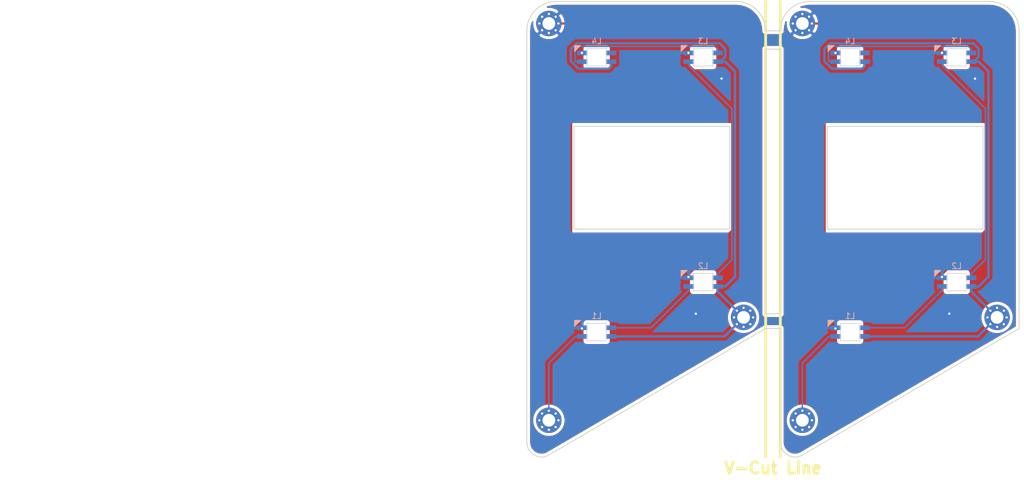
<source format=kicad_pcb>
(kicad_pcb (version 20171130) (host pcbnew 5.1.5+dfsg1-2build2)

  (general
    (thickness 1.6)
    (drawings 32)
    (tracks 114)
    (zones 0)
    (modules 15)
    (nets 10)
  )

  (page A4)
  (layers
    (0 F.Cu signal)
    (31 B.Cu signal)
    (32 B.Adhes user)
    (33 F.Adhes user hide)
    (34 B.Paste user)
    (35 F.Paste user)
    (36 B.SilkS user)
    (37 F.SilkS user)
    (38 B.Mask user)
    (39 F.Mask user hide)
    (40 Dwgs.User user)
    (41 Cmts.User user)
    (42 Eco1.User user)
    (43 Eco2.User user)
    (44 Edge.Cuts user)
    (45 Margin user)
    (46 B.CrtYd user)
    (47 F.CrtYd user)
    (48 B.Fab user)
    (49 F.Fab user)
  )

  (setup
    (last_trace_width 0.25)
    (trace_clearance 0.2)
    (zone_clearance 0.508)
    (zone_45_only no)
    (trace_min 0.2)
    (via_size 0.8)
    (via_drill 0.4)
    (via_min_size 0.4)
    (via_min_drill 0.3)
    (uvia_size 0.3)
    (uvia_drill 0.1)
    (uvias_allowed no)
    (uvia_min_size 0.2)
    (uvia_min_drill 0.1)
    (edge_width 0.15)
    (segment_width 0.2)
    (pcb_text_width 0.3)
    (pcb_text_size 1.5 1.5)
    (mod_edge_width 0.15)
    (mod_text_size 1 1)
    (mod_text_width 0.15)
    (pad_size 0.7 0.7)
    (pad_drill 0.4)
    (pad_to_mask_clearance 0.051)
    (solder_mask_min_width 0.25)
    (aux_axis_origin 12.065 12.065)
    (grid_origin 12.065 12.065)
    (visible_elements FFFFF7FF)
    (pcbplotparams
      (layerselection 0x010f0_ffffffff)
      (usegerberextensions true)
      (usegerberattributes false)
      (usegerberadvancedattributes false)
      (creategerberjobfile false)
      (excludeedgelayer true)
      (linewidth 0.100000)
      (plotframeref false)
      (viasonmask false)
      (mode 1)
      (useauxorigin false)
      (hpglpennumber 1)
      (hpglpenspeed 20)
      (hpglpendiameter 15.000000)
      (psnegative false)
      (psa4output false)
      (plotreference false)
      (plotvalue false)
      (plotinvisibletext false)
      (padsonsilk false)
      (subtractmaskfromsilk false)
      (outputformat 1)
      (mirror false)
      (drillshape 0)
      (scaleselection 1)
      (outputdirectory "garber"))
  )

  (net 0 "")
  (net 1 VCC)
  (net 2 LED)
  (net 3 GND)
  (net 4 "Net-(J4-Pad1)")
  (net 5 "Net-(J3-Pad1)")
  (net 6 "Net-(L1-Pad2)")
  (net 7 "Net-(L2-Pad2)")
  (net 8 "Net-(L3-Pad2)")
  (net 9 "Net-(L4-Pad2)")

  (net_class Default "これはデフォルトのネット クラスです。"
    (clearance 0.2)
    (trace_width 0.25)
    (via_dia 0.8)
    (via_drill 0.4)
    (uvia_dia 0.3)
    (uvia_drill 0.1)
    (add_net LED)
    (add_net "Net-(J3-Pad1)")
    (add_net "Net-(L1-Pad2)")
    (add_net "Net-(L2-Pad2)")
    (add_net "Net-(L3-Pad2)")
    (add_net "Net-(L4-Pad2)")
  )

  (net_class POWER ""
    (clearance 0.2)
    (trace_width 0.4)
    (via_dia 0.8)
    (via_drill 0.4)
    (uvia_dia 0.3)
    (uvia_drill 0.1)
    (add_net GND)
    (add_net "Net-(J4-Pad1)")
    (add_net VCC)
  )

  (module Keyboard:YS-SK6812MINI-E (layer B.Cu) (tedit 5E5E2B23) (tstamp 5FD5E4DC)
    (at 165.1 69.85)
    (path /5F31AB41)
    (fp_text reference L1 (at 0 -2.8) (layer B.SilkS)
      (effects (font (size 1 1) (thickness 0.15)) (justify mirror))
    )
    (fp_text value YS-SK6812MINI (at 0 -4.2) (layer B.Fab)
      (effects (font (size 1 1) (thickness 0.15)) (justify mirror))
    )
    (fp_line (start 3.5 1.5) (end -3.5 1.5) (layer B.CrtYd) (width 0.12))
    (fp_line (start 3.5 -1.5) (end 3.5 1.5) (layer B.CrtYd) (width 0.12))
    (fp_line (start -3.5 -1.5) (end 3.5 -1.5) (layer B.CrtYd) (width 0.12))
    (fp_line (start -3.5 1.5) (end -3.5 -1.5) (layer B.CrtYd) (width 0.12))
    (fp_text user G (at -4 -0.75) (layer Dwgs.User)
      (effects (font (size 1 1) (thickness 0.15)))
    )
    (fp_text user I (at -4 0.75) (layer Dwgs.User)
      (effects (font (size 1 1) (thickness 0.15)))
    )
    (fp_text user O (at 4 -0.75) (layer Dwgs.User)
      (effects (font (size 1 1) (thickness 0.15)))
    )
    (fp_text user V (at 4 0.75) (layer Dwgs.User)
      (effects (font (size 1 1) (thickness 0.15)))
    )
    (fp_line (start 1.7 1.5) (end -1.7 1.5) (layer Edge.Cuts) (width 0.12))
    (fp_line (start 1.7 -1.5) (end 1.7 1.5) (layer Edge.Cuts) (width 0.12))
    (fp_line (start -1.7 -1.5) (end 1.7 -1.5) (layer Edge.Cuts) (width 0.12))
    (fp_line (start -1.7 1.5) (end -1.7 -1.5) (layer Edge.Cuts) (width 0.12))
    (fp_poly (pts (xy -3.81 -1.016) (xy -2.794 -2.032) (xy -3.81 -2.032)) (layer B.SilkS) (width 0.15))
    (pad 1 smd rect (at 2.5 0.75) (size 1.8 0.82) (layers B.Cu B.Paste B.Mask)
      (net 1 VCC))
    (pad 2 smd rect (at 2.5 -0.75) (size 1.8 0.82) (layers B.Cu B.Paste B.Mask)
      (net 6 "Net-(L1-Pad2)"))
    (pad 3 smd rect (at -2.5 -0.75) (size 1.8 0.82) (layers B.Cu B.Paste B.Mask)
      (net 3 GND))
    (pad 4 smd rect (at -2.5 0.75) (size 1.8 0.82) (layers B.Cu B.Paste B.Mask)
      (net 2 LED))
  )

  (module MountingHole:MountingHole_2.2mm_M2_Pad_Via (layer F.Cu) (tedit 5F5F699B) (tstamp 5FD5E41A)
    (at 156.845 85.09)
    (descr "Mounting Hole 2.2mm, M2")
    (tags "mounting hole 2.2mm m2")
    (path /5CF2363A)
    (attr virtual)
    (fp_text reference J3 (at 0 -3.2) (layer F.SilkS) hide
      (effects (font (size 1 1) (thickness 0.15)))
    )
    (fp_text value Conn_01x01 (at 0 3.2) (layer F.Fab)
      (effects (font (size 1 1) (thickness 0.15)))
    )
    (fp_circle (center 0 0) (end 2.45 0) (layer F.CrtYd) (width 0.05))
    (fp_circle (center 0 0) (end 2.2 0) (layer Cmts.User) (width 0.15))
    (fp_text user %R (at 0.3 0) (layer F.Fab)
      (effects (font (size 1 1) (thickness 0.15)))
    )
    (pad 1 thru_hole circle (at 1.166726 -1.166726) (size 0.7 0.7) (drill 0.4) (layers *.Cu *.Mask)
      (net 5 "Net-(J3-Pad1)"))
    (pad 1 thru_hole circle (at 0 -1.65) (size 0.7 0.7) (drill 0.4) (layers *.Cu *.Mask)
      (net 2 LED))
    (pad 1 thru_hole circle (at -1.166726 -1.166726) (size 0.7 0.7) (drill 0.4) (layers *.Cu *.Mask)
      (net 5 "Net-(J3-Pad1)"))
    (pad 1 thru_hole circle (at -1.65 0) (size 0.7 0.7) (drill 0.4) (layers *.Cu *.Mask)
      (net 2 LED))
    (pad 1 thru_hole circle (at -1.166726 1.166726) (size 0.7 0.7) (drill 0.4) (layers *.Cu *.Mask)
      (net 2 LED))
    (pad 1 thru_hole circle (at 0 1.65) (size 0.7 0.7) (drill 0.4) (layers *.Cu *.Mask)
      (net 2 LED))
    (pad 1 thru_hole circle (at 1.166726 1.166726) (size 0.7 0.7) (drill 0.4) (layers *.Cu *.Mask)
      (net 5 "Net-(J3-Pad1)"))
    (pad 1 thru_hole circle (at 1.65 0) (size 0.7 0.7) (drill 0.4) (layers *.Cu *.Mask)
      (net 5 "Net-(J3-Pad1)"))
    (pad 1 thru_hole circle (at 0 0) (size 4.4 4.4) (drill 2.2) (layers *.Cu *.Mask)
      (net 2 LED))
  )

  (module MountingHole:MountingHole_2.2mm_M2_Pad_Via (layer F.Cu) (tedit 5F5F699B) (tstamp 5FD5ECE3)
    (at 113.03 85.09)
    (descr "Mounting Hole 2.2mm, M2")
    (tags "mounting hole 2.2mm m2")
    (path /5CF2363A)
    (attr virtual)
    (fp_text reference J3 (at 0 -3.2) (layer F.SilkS) hide
      (effects (font (size 1 1) (thickness 0.15)))
    )
    (fp_text value Conn_01x01 (at 0 3.2) (layer F.Fab)
      (effects (font (size 1 1) (thickness 0.15)))
    )
    (fp_text user %R (at 0.3 0) (layer F.Fab)
      (effects (font (size 1 1) (thickness 0.15)))
    )
    (fp_circle (center 0 0) (end 2.2 0) (layer Cmts.User) (width 0.15))
    (fp_circle (center 0 0) (end 2.45 0) (layer F.CrtYd) (width 0.05))
    (pad 1 thru_hole circle (at 0 0) (size 4.4 4.4) (drill 2.2) (layers *.Cu *.Mask)
      (net 2 LED))
    (pad 1 thru_hole circle (at 1.65 0) (size 0.7 0.7) (drill 0.4) (layers *.Cu *.Mask)
      (net 5 "Net-(J3-Pad1)"))
    (pad 1 thru_hole circle (at 1.166726 1.166726) (size 0.7 0.7) (drill 0.4) (layers *.Cu *.Mask)
      (net 5 "Net-(J3-Pad1)"))
    (pad 1 thru_hole circle (at 0 1.65) (size 0.7 0.7) (drill 0.4) (layers *.Cu *.Mask)
      (net 2 LED))
    (pad 1 thru_hole circle (at -1.166726 1.166726) (size 0.7 0.7) (drill 0.4) (layers *.Cu *.Mask)
      (net 2 LED))
    (pad 1 thru_hole circle (at -1.65 0) (size 0.7 0.7) (drill 0.4) (layers *.Cu *.Mask)
      (net 2 LED))
    (pad 1 thru_hole circle (at -1.166726 -1.166726) (size 0.7 0.7) (drill 0.4) (layers *.Cu *.Mask)
      (net 5 "Net-(J3-Pad1)"))
    (pad 1 thru_hole circle (at 0 -1.65) (size 0.7 0.7) (drill 0.4) (layers *.Cu *.Mask)
      (net 2 LED))
    (pad 1 thru_hole circle (at 1.166726 -1.166726) (size 0.7 0.7) (drill 0.4) (layers *.Cu *.Mask)
      (net 5 "Net-(J3-Pad1)"))
  )

  (module MountingHole:MountingHole_2.2mm_M2_Pad_Via (layer F.Cu) (tedit 5F5F6C3A) (tstamp 5FD5ED31)
    (at 146.685 67.31)
    (descr "Mounting Hole 2.2mm, M2")
    (tags "mounting hole 2.2mm m2")
    (path /5CF4ED45)
    (attr virtual)
    (fp_text reference J4 (at 0 -3.2) (layer F.SilkS) hide
      (effects (font (size 1 1) (thickness 0.15)))
    )
    (fp_text value Conn_01x01 (at 0 3.2) (layer F.Fab)
      (effects (font (size 1 1) (thickness 0.15)))
    )
    (fp_text user %R (at 0.3 0) (layer F.Fab)
      (effects (font (size 1 1) (thickness 0.15)))
    )
    (fp_circle (center 0 0) (end 2.2 0) (layer Cmts.User) (width 0.15))
    (fp_circle (center 0 0) (end 2.45 0) (layer F.CrtYd) (width 0.05))
    (pad 1 thru_hole circle (at 0 0) (size 4.4 4.4) (drill 2.2) (layers *.Cu *.Mask)
      (net 1 VCC))
    (pad 1 thru_hole circle (at 1.65 0) (size 0.7 0.7) (drill 0.4) (layers *.Cu *.Mask)
      (net 4 "Net-(J4-Pad1)"))
    (pad 1 thru_hole circle (at 1.166726 1.166726) (size 0.7 0.7) (drill 0.4) (layers *.Cu *.Mask)
      (net 4 "Net-(J4-Pad1)"))
    (pad 1 thru_hole circle (at 0 1.65) (size 0.7 0.7) (drill 0.4) (layers *.Cu *.Mask)
      (net 4 "Net-(J4-Pad1)"))
    (pad 1 thru_hole circle (at -1.166726 1.166726) (size 0.7 0.7) (drill 0.4) (layers *.Cu *.Mask)
      (net 1 VCC))
    (pad 1 thru_hole circle (at -1.65 0) (size 0.7 0.7) (drill 0.4) (layers *.Cu *.Mask)
      (net 1 VCC))
    (pad 1 thru_hole circle (at -1.166726 -1.166726) (size 0.7 0.7) (drill 0.4) (layers *.Cu *.Mask)
      (net 1 VCC))
    (pad 1 thru_hole circle (at 0 -1.65) (size 0.7 0.7) (drill 0.4) (layers *.Cu *.Mask)
      (net 4 "Net-(J4-Pad1)"))
    (pad 1 thru_hole circle (at 1.166726 -1.166726) (size 0.7 0.7) (drill 0.4) (layers *.Cu *.Mask)
      (net 4 "Net-(J4-Pad1)"))
  )

  (module Keyboard:YS-SK6812MINI-E (layer B.Cu) (tedit 5E5E2B23) (tstamp 5FD5E494)
    (at 183.515 22.352)
    (path /5F37A4B0)
    (fp_text reference L3 (at 0 -2.8) (layer B.SilkS)
      (effects (font (size 1 1) (thickness 0.15)) (justify mirror))
    )
    (fp_text value YS-SK6812MINI (at 0 -4.2) (layer B.Fab)
      (effects (font (size 1 1) (thickness 0.15)) (justify mirror))
    )
    (fp_line (start 3.5 1.5) (end -3.5 1.5) (layer B.CrtYd) (width 0.12))
    (fp_line (start 3.5 -1.5) (end 3.5 1.5) (layer B.CrtYd) (width 0.12))
    (fp_line (start -3.5 -1.5) (end 3.5 -1.5) (layer B.CrtYd) (width 0.12))
    (fp_line (start -3.5 1.5) (end -3.5 -1.5) (layer B.CrtYd) (width 0.12))
    (fp_text user G (at -4 -0.75) (layer Dwgs.User)
      (effects (font (size 1 1) (thickness 0.15)))
    )
    (fp_text user I (at -4 0.75) (layer Dwgs.User)
      (effects (font (size 1 1) (thickness 0.15)))
    )
    (fp_text user O (at 4 -0.75) (layer Dwgs.User)
      (effects (font (size 1 1) (thickness 0.15)))
    )
    (fp_text user V (at 4 0.75) (layer Dwgs.User)
      (effects (font (size 1 1) (thickness 0.15)))
    )
    (fp_line (start 1.7 1.5) (end -1.7 1.5) (layer Edge.Cuts) (width 0.12))
    (fp_line (start 1.7 -1.5) (end 1.7 1.5) (layer Edge.Cuts) (width 0.12))
    (fp_line (start -1.7 -1.5) (end 1.7 -1.5) (layer Edge.Cuts) (width 0.12))
    (fp_line (start -1.7 1.5) (end -1.7 -1.5) (layer Edge.Cuts) (width 0.12))
    (fp_poly (pts (xy -3.81 -1.016) (xy -2.794 -2.032) (xy -3.81 -2.032)) (layer B.SilkS) (width 0.15))
    (pad 1 smd rect (at 2.5 0.75) (size 1.8 0.82) (layers B.Cu B.Paste B.Mask)
      (net 1 VCC))
    (pad 2 smd rect (at 2.5 -0.75) (size 1.8 0.82) (layers B.Cu B.Paste B.Mask)
      (net 8 "Net-(L3-Pad2)"))
    (pad 3 smd rect (at -2.5 -0.75) (size 1.8 0.82) (layers B.Cu B.Paste B.Mask)
      (net 3 GND))
    (pad 4 smd rect (at -2.5 0.75) (size 1.8 0.82) (layers B.Cu B.Paste B.Mask)
      (net 7 "Net-(L2-Pad2)"))
  )

  (module MountingHole:MountingHole_2.2mm_M2_Pad_Via (layer F.Cu) (tedit 5F5F6C3A) (tstamp 5FD5E479)
    (at 190.5 67.31)
    (descr "Mounting Hole 2.2mm, M2")
    (tags "mounting hole 2.2mm m2")
    (path /5CF4ED45)
    (attr virtual)
    (fp_text reference J4 (at 0 -3.2) (layer F.SilkS) hide
      (effects (font (size 1 1) (thickness 0.15)))
    )
    (fp_text value Conn_01x01 (at 0 3.2) (layer F.Fab)
      (effects (font (size 1 1) (thickness 0.15)))
    )
    (fp_circle (center 0 0) (end 2.45 0) (layer F.CrtYd) (width 0.05))
    (fp_circle (center 0 0) (end 2.2 0) (layer Cmts.User) (width 0.15))
    (fp_text user %R (at 0.3 0) (layer F.Fab)
      (effects (font (size 1 1) (thickness 0.15)))
    )
    (pad 1 thru_hole circle (at 1.166726 -1.166726) (size 0.7 0.7) (drill 0.4) (layers *.Cu *.Mask)
      (net 4 "Net-(J4-Pad1)"))
    (pad 1 thru_hole circle (at 0 -1.65) (size 0.7 0.7) (drill 0.4) (layers *.Cu *.Mask)
      (net 4 "Net-(J4-Pad1)"))
    (pad 1 thru_hole circle (at -1.166726 -1.166726) (size 0.7 0.7) (drill 0.4) (layers *.Cu *.Mask)
      (net 1 VCC))
    (pad 1 thru_hole circle (at -1.65 0) (size 0.7 0.7) (drill 0.4) (layers *.Cu *.Mask)
      (net 1 VCC))
    (pad 1 thru_hole circle (at -1.166726 1.166726) (size 0.7 0.7) (drill 0.4) (layers *.Cu *.Mask)
      (net 1 VCC))
    (pad 1 thru_hole circle (at 0 1.65) (size 0.7 0.7) (drill 0.4) (layers *.Cu *.Mask)
      (net 4 "Net-(J4-Pad1)"))
    (pad 1 thru_hole circle (at 1.166726 1.166726) (size 0.7 0.7) (drill 0.4) (layers *.Cu *.Mask)
      (net 4 "Net-(J4-Pad1)"))
    (pad 1 thru_hole circle (at 1.65 0) (size 0.7 0.7) (drill 0.4) (layers *.Cu *.Mask)
      (net 4 "Net-(J4-Pad1)"))
    (pad 1 thru_hole circle (at 0 0) (size 4.4 4.4) (drill 2.2) (layers *.Cu *.Mask)
      (net 1 VCC))
  )

  (module Keyboard:YS-SK6812MINI-E (layer B.Cu) (tedit 5E5E2B23) (tstamp 5FD5E4C8)
    (at 165.1 22.352)
    (path /5F37A4B6)
    (fp_text reference L4 (at 0 -2.8) (layer B.SilkS)
      (effects (font (size 1 1) (thickness 0.15)) (justify mirror))
    )
    (fp_text value YS-SK6812MINI (at 0 -4.2) (layer B.Fab)
      (effects (font (size 1 1) (thickness 0.15)) (justify mirror))
    )
    (fp_line (start 3.5 1.5) (end -3.5 1.5) (layer B.CrtYd) (width 0.12))
    (fp_line (start 3.5 -1.5) (end 3.5 1.5) (layer B.CrtYd) (width 0.12))
    (fp_line (start -3.5 -1.5) (end 3.5 -1.5) (layer B.CrtYd) (width 0.12))
    (fp_line (start -3.5 1.5) (end -3.5 -1.5) (layer B.CrtYd) (width 0.12))
    (fp_text user G (at -4 -0.75) (layer Dwgs.User)
      (effects (font (size 1 1) (thickness 0.15)))
    )
    (fp_text user I (at -4 0.75) (layer Dwgs.User)
      (effects (font (size 1 1) (thickness 0.15)))
    )
    (fp_text user O (at 4 -0.75) (layer Dwgs.User)
      (effects (font (size 1 1) (thickness 0.15)))
    )
    (fp_text user V (at 4 0.75) (layer Dwgs.User)
      (effects (font (size 1 1) (thickness 0.15)))
    )
    (fp_line (start 1.7 1.5) (end -1.7 1.5) (layer Edge.Cuts) (width 0.12))
    (fp_line (start 1.7 -1.5) (end 1.7 1.5) (layer Edge.Cuts) (width 0.12))
    (fp_line (start -1.7 -1.5) (end 1.7 -1.5) (layer Edge.Cuts) (width 0.12))
    (fp_line (start -1.7 1.5) (end -1.7 -1.5) (layer Edge.Cuts) (width 0.12))
    (fp_poly (pts (xy -3.81 -1.016) (xy -2.794 -2.032) (xy -3.81 -2.032)) (layer B.SilkS) (width 0.15))
    (pad 1 smd rect (at 2.5 0.75) (size 1.8 0.82) (layers B.Cu B.Paste B.Mask)
      (net 1 VCC))
    (pad 2 smd rect (at 2.5 -0.75) (size 1.8 0.82) (layers B.Cu B.Paste B.Mask)
      (net 9 "Net-(L4-Pad2)"))
    (pad 3 smd rect (at -2.5 -0.75) (size 1.8 0.82) (layers B.Cu B.Paste B.Mask)
      (net 3 GND))
    (pad 4 smd rect (at -2.5 0.75) (size 1.8 0.82) (layers B.Cu B.Paste B.Mask)
      (net 8 "Net-(L3-Pad2)"))
  )

  (module Keyboard:YS-SK6812MINI-E (layer B.Cu) (tedit 5E5E2B23) (tstamp 5FD5E451)
    (at 183.515 61.214)
    (path /5F373FB3)
    (fp_text reference L2 (at 0 -2.8) (layer B.SilkS)
      (effects (font (size 1 1) (thickness 0.15)) (justify mirror))
    )
    (fp_text value YS-SK6812MINI (at 0 -4.2) (layer B.Fab)
      (effects (font (size 1 1) (thickness 0.15)) (justify mirror))
    )
    (fp_line (start 3.5 1.5) (end -3.5 1.5) (layer B.CrtYd) (width 0.12))
    (fp_line (start 3.5 -1.5) (end 3.5 1.5) (layer B.CrtYd) (width 0.12))
    (fp_line (start -3.5 -1.5) (end 3.5 -1.5) (layer B.CrtYd) (width 0.12))
    (fp_line (start -3.5 1.5) (end -3.5 -1.5) (layer B.CrtYd) (width 0.12))
    (fp_text user G (at -4 -0.75) (layer Dwgs.User)
      (effects (font (size 1 1) (thickness 0.15)))
    )
    (fp_text user I (at -4 0.75) (layer Dwgs.User)
      (effects (font (size 1 1) (thickness 0.15)))
    )
    (fp_text user O (at 4 -0.75) (layer Dwgs.User)
      (effects (font (size 1 1) (thickness 0.15)))
    )
    (fp_text user V (at 4 0.75) (layer Dwgs.User)
      (effects (font (size 1 1) (thickness 0.15)))
    )
    (fp_line (start 1.7 1.5) (end -1.7 1.5) (layer Edge.Cuts) (width 0.12))
    (fp_line (start 1.7 -1.5) (end 1.7 1.5) (layer Edge.Cuts) (width 0.12))
    (fp_line (start -1.7 -1.5) (end 1.7 -1.5) (layer Edge.Cuts) (width 0.12))
    (fp_line (start -1.7 1.5) (end -1.7 -1.5) (layer Edge.Cuts) (width 0.12))
    (fp_poly (pts (xy -3.81 -1.016) (xy -2.794 -2.032) (xy -3.81 -2.032)) (layer B.SilkS) (width 0.15))
    (pad 1 smd rect (at 2.5 0.75) (size 1.8 0.82) (layers B.Cu B.Paste B.Mask)
      (net 1 VCC))
    (pad 2 smd rect (at 2.5 -0.75) (size 1.8 0.82) (layers B.Cu B.Paste B.Mask)
      (net 7 "Net-(L2-Pad2)"))
    (pad 3 smd rect (at -2.5 -0.75) (size 1.8 0.82) (layers B.Cu B.Paste B.Mask)
      (net 3 GND))
    (pad 4 smd rect (at -2.5 0.75) (size 1.8 0.82) (layers B.Cu B.Paste B.Mask)
      (net 6 "Net-(L1-Pad2)"))
  )

  (module Keyboard:YS-SK6812MINI-E (layer B.Cu) (tedit 5E5E2B23) (tstamp 5FD5ED47)
    (at 121.285 22.352)
    (path /5F37A4B6)
    (fp_text reference L4 (at 0 -2.8) (layer B.SilkS)
      (effects (font (size 1 1) (thickness 0.15)) (justify mirror))
    )
    (fp_text value YS-SK6812MINI (at 0 -4.2) (layer B.Fab)
      (effects (font (size 1 1) (thickness 0.15)) (justify mirror))
    )
    (fp_poly (pts (xy -3.81 -1.016) (xy -2.794 -2.032) (xy -3.81 -2.032)) (layer B.SilkS) (width 0.15))
    (fp_line (start -1.7 1.5) (end -1.7 -1.5) (layer Edge.Cuts) (width 0.12))
    (fp_line (start -1.7 -1.5) (end 1.7 -1.5) (layer Edge.Cuts) (width 0.12))
    (fp_line (start 1.7 -1.5) (end 1.7 1.5) (layer Edge.Cuts) (width 0.12))
    (fp_line (start 1.7 1.5) (end -1.7 1.5) (layer Edge.Cuts) (width 0.12))
    (fp_text user V (at 4 0.75) (layer Dwgs.User)
      (effects (font (size 1 1) (thickness 0.15)))
    )
    (fp_text user O (at 4 -0.75) (layer Dwgs.User)
      (effects (font (size 1 1) (thickness 0.15)))
    )
    (fp_text user I (at -4 0.75) (layer Dwgs.User)
      (effects (font (size 1 1) (thickness 0.15)))
    )
    (fp_text user G (at -4 -0.75) (layer Dwgs.User)
      (effects (font (size 1 1) (thickness 0.15)))
    )
    (fp_line (start -3.5 1.5) (end -3.5 -1.5) (layer B.CrtYd) (width 0.12))
    (fp_line (start -3.5 -1.5) (end 3.5 -1.5) (layer B.CrtYd) (width 0.12))
    (fp_line (start 3.5 -1.5) (end 3.5 1.5) (layer B.CrtYd) (width 0.12))
    (fp_line (start 3.5 1.5) (end -3.5 1.5) (layer B.CrtYd) (width 0.12))
    (pad 4 smd rect (at -2.5 0.75) (size 1.8 0.82) (layers B.Cu B.Paste B.Mask)
      (net 8 "Net-(L3-Pad2)"))
    (pad 3 smd rect (at -2.5 -0.75) (size 1.8 0.82) (layers B.Cu B.Paste B.Mask)
      (net 3 GND))
    (pad 2 smd rect (at 2.5 -0.75) (size 1.8 0.82) (layers B.Cu B.Paste B.Mask)
      (net 9 "Net-(L4-Pad2)"))
    (pad 1 smd rect (at 2.5 0.75) (size 1.8 0.82) (layers B.Cu B.Paste B.Mask)
      (net 1 VCC))
  )

  (module Keyboard:YS-SK6812MINI-E (layer B.Cu) (tedit 5E5E2B23) (tstamp 5FD5ECC5)
    (at 121.285 69.85)
    (path /5F31AB41)
    (fp_text reference L1 (at 0 -2.8) (layer B.SilkS)
      (effects (font (size 1 1) (thickness 0.15)) (justify mirror))
    )
    (fp_text value YS-SK6812MINI (at 0 -4.2) (layer B.Fab)
      (effects (font (size 1 1) (thickness 0.15)) (justify mirror))
    )
    (fp_poly (pts (xy -3.81 -1.016) (xy -2.794 -2.032) (xy -3.81 -2.032)) (layer B.SilkS) (width 0.15))
    (fp_line (start -1.7 1.5) (end -1.7 -1.5) (layer Edge.Cuts) (width 0.12))
    (fp_line (start -1.7 -1.5) (end 1.7 -1.5) (layer Edge.Cuts) (width 0.12))
    (fp_line (start 1.7 -1.5) (end 1.7 1.5) (layer Edge.Cuts) (width 0.12))
    (fp_line (start 1.7 1.5) (end -1.7 1.5) (layer Edge.Cuts) (width 0.12))
    (fp_text user V (at 4 0.75) (layer Dwgs.User)
      (effects (font (size 1 1) (thickness 0.15)))
    )
    (fp_text user O (at 4 -0.75) (layer Dwgs.User)
      (effects (font (size 1 1) (thickness 0.15)))
    )
    (fp_text user I (at -4 0.75) (layer Dwgs.User)
      (effects (font (size 1 1) (thickness 0.15)))
    )
    (fp_text user G (at -4 -0.75) (layer Dwgs.User)
      (effects (font (size 1 1) (thickness 0.15)))
    )
    (fp_line (start -3.5 1.5) (end -3.5 -1.5) (layer B.CrtYd) (width 0.12))
    (fp_line (start -3.5 -1.5) (end 3.5 -1.5) (layer B.CrtYd) (width 0.12))
    (fp_line (start 3.5 -1.5) (end 3.5 1.5) (layer B.CrtYd) (width 0.12))
    (fp_line (start 3.5 1.5) (end -3.5 1.5) (layer B.CrtYd) (width 0.12))
    (pad 4 smd rect (at -2.5 0.75) (size 1.8 0.82) (layers B.Cu B.Paste B.Mask)
      (net 2 LED))
    (pad 3 smd rect (at -2.5 -0.75) (size 1.8 0.82) (layers B.Cu B.Paste B.Mask)
      (net 3 GND))
    (pad 2 smd rect (at 2.5 -0.75) (size 1.8 0.82) (layers B.Cu B.Paste B.Mask)
      (net 6 "Net-(L1-Pad2)"))
    (pad 1 smd rect (at 2.5 0.75) (size 1.8 0.82) (layers B.Cu B.Paste B.Mask)
      (net 1 VCC))
  )

  (module Keyboard:YS-SK6812MINI-E (layer B.Cu) (tedit 5E5E2B23) (tstamp 5FD5ED5C)
    (at 139.7 61.214)
    (path /5F373FB3)
    (fp_text reference L2 (at 0 -2.8) (layer B.SilkS)
      (effects (font (size 1 1) (thickness 0.15)) (justify mirror))
    )
    (fp_text value YS-SK6812MINI (at 0 -4.2) (layer B.Fab)
      (effects (font (size 1 1) (thickness 0.15)) (justify mirror))
    )
    (fp_poly (pts (xy -3.81 -1.016) (xy -2.794 -2.032) (xy -3.81 -2.032)) (layer B.SilkS) (width 0.15))
    (fp_line (start -1.7 1.5) (end -1.7 -1.5) (layer Edge.Cuts) (width 0.12))
    (fp_line (start -1.7 -1.5) (end 1.7 -1.5) (layer Edge.Cuts) (width 0.12))
    (fp_line (start 1.7 -1.5) (end 1.7 1.5) (layer Edge.Cuts) (width 0.12))
    (fp_line (start 1.7 1.5) (end -1.7 1.5) (layer Edge.Cuts) (width 0.12))
    (fp_text user V (at 4 0.75) (layer Dwgs.User)
      (effects (font (size 1 1) (thickness 0.15)))
    )
    (fp_text user O (at 4 -0.75) (layer Dwgs.User)
      (effects (font (size 1 1) (thickness 0.15)))
    )
    (fp_text user I (at -4 0.75) (layer Dwgs.User)
      (effects (font (size 1 1) (thickness 0.15)))
    )
    (fp_text user G (at -4 -0.75) (layer Dwgs.User)
      (effects (font (size 1 1) (thickness 0.15)))
    )
    (fp_line (start -3.5 1.5) (end -3.5 -1.5) (layer B.CrtYd) (width 0.12))
    (fp_line (start -3.5 -1.5) (end 3.5 -1.5) (layer B.CrtYd) (width 0.12))
    (fp_line (start 3.5 -1.5) (end 3.5 1.5) (layer B.CrtYd) (width 0.12))
    (fp_line (start 3.5 1.5) (end -3.5 1.5) (layer B.CrtYd) (width 0.12))
    (pad 4 smd rect (at -2.5 0.75) (size 1.8 0.82) (layers B.Cu B.Paste B.Mask)
      (net 6 "Net-(L1-Pad2)"))
    (pad 3 smd rect (at -2.5 -0.75) (size 1.8 0.82) (layers B.Cu B.Paste B.Mask)
      (net 3 GND))
    (pad 2 smd rect (at 2.5 -0.75) (size 1.8 0.82) (layers B.Cu B.Paste B.Mask)
      (net 7 "Net-(L2-Pad2)"))
    (pad 1 smd rect (at 2.5 0.75) (size 1.8 0.82) (layers B.Cu B.Paste B.Mask)
      (net 1 VCC))
  )

  (module MountingHole:MountingHole_2.2mm_M2_Pad_Via (layer F.Cu) (tedit 56DDB9C7) (tstamp 5FD5ED76)
    (at 113.03 16.51)
    (descr "Mounting Hole 2.2mm, M2")
    (tags "mounting hole 2.2mm m2")
    (path /5CF48BCC)
    (attr virtual)
    (fp_text reference J5 (at 0 -3.2) (layer F.SilkS) hide
      (effects (font (size 1 1) (thickness 0.15)))
    )
    (fp_text value Conn_01x01 (at 0 3.2) (layer F.Fab)
      (effects (font (size 1 1) (thickness 0.15)))
    )
    (fp_circle (center 0 0) (end 2.45 0) (layer F.CrtYd) (width 0.05))
    (fp_circle (center 0 0) (end 2.2 0) (layer Cmts.User) (width 0.15))
    (fp_text user %R (at 0.3 0) (layer F.Fab)
      (effects (font (size 1 1) (thickness 0.15)))
    )
    (pad 1 thru_hole circle (at 1.166726 -1.166726) (size 0.7 0.7) (drill 0.4) (layers *.Cu *.Mask)
      (net 3 GND))
    (pad 1 thru_hole circle (at 0 -1.65) (size 0.7 0.7) (drill 0.4) (layers *.Cu *.Mask)
      (net 3 GND))
    (pad 1 thru_hole circle (at -1.166726 -1.166726) (size 0.7 0.7) (drill 0.4) (layers *.Cu *.Mask)
      (net 3 GND))
    (pad 1 thru_hole circle (at -1.65 0) (size 0.7 0.7) (drill 0.4) (layers *.Cu *.Mask)
      (net 3 GND))
    (pad 1 thru_hole circle (at -1.166726 1.166726) (size 0.7 0.7) (drill 0.4) (layers *.Cu *.Mask)
      (net 3 GND))
    (pad 1 thru_hole circle (at 0 1.65) (size 0.7 0.7) (drill 0.4) (layers *.Cu *.Mask)
      (net 3 GND))
    (pad 1 thru_hole circle (at 1.166726 1.166726) (size 0.7 0.7) (drill 0.4) (layers *.Cu *.Mask)
      (net 3 GND))
    (pad 1 thru_hole circle (at 1.65 0) (size 0.7 0.7) (drill 0.4) (layers *.Cu *.Mask)
      (net 3 GND))
    (pad 1 thru_hole circle (at 0 0) (size 4.4 4.4) (drill 2.2) (layers *.Cu *.Mask)
      (net 3 GND))
  )

  (module MountingHole:MountingHole_2.2mm_M2_Pad_Via (layer F.Cu) (tedit 56DDB9C7) (tstamp 5FD5E3DE)
    (at 156.845 16.51)
    (descr "Mounting Hole 2.2mm, M2")
    (tags "mounting hole 2.2mm m2")
    (path /5CF48BCC)
    (attr virtual)
    (fp_text reference J5 (at 0 -3.2) (layer F.SilkS) hide
      (effects (font (size 1 1) (thickness 0.15)))
    )
    (fp_text value Conn_01x01 (at 0 3.2) (layer F.Fab)
      (effects (font (size 1 1) (thickness 0.15)))
    )
    (fp_text user %R (at 0.3 0) (layer F.Fab)
      (effects (font (size 1 1) (thickness 0.15)))
    )
    (fp_circle (center 0 0) (end 2.2 0) (layer Cmts.User) (width 0.15))
    (fp_circle (center 0 0) (end 2.45 0) (layer F.CrtYd) (width 0.05))
    (pad 1 thru_hole circle (at 0 0) (size 4.4 4.4) (drill 2.2) (layers *.Cu *.Mask)
      (net 3 GND))
    (pad 1 thru_hole circle (at 1.65 0) (size 0.7 0.7) (drill 0.4) (layers *.Cu *.Mask)
      (net 3 GND))
    (pad 1 thru_hole circle (at 1.166726 1.166726) (size 0.7 0.7) (drill 0.4) (layers *.Cu *.Mask)
      (net 3 GND))
    (pad 1 thru_hole circle (at 0 1.65) (size 0.7 0.7) (drill 0.4) (layers *.Cu *.Mask)
      (net 3 GND))
    (pad 1 thru_hole circle (at -1.166726 1.166726) (size 0.7 0.7) (drill 0.4) (layers *.Cu *.Mask)
      (net 3 GND))
    (pad 1 thru_hole circle (at -1.65 0) (size 0.7 0.7) (drill 0.4) (layers *.Cu *.Mask)
      (net 3 GND))
    (pad 1 thru_hole circle (at -1.166726 -1.166726) (size 0.7 0.7) (drill 0.4) (layers *.Cu *.Mask)
      (net 3 GND))
    (pad 1 thru_hole circle (at 0 -1.65) (size 0.7 0.7) (drill 0.4) (layers *.Cu *.Mask)
      (net 3 GND))
    (pad 1 thru_hole circle (at 1.166726 -1.166726) (size 0.7 0.7) (drill 0.4) (layers *.Cu *.Mask)
      (net 3 GND))
  )

  (module Keyboard:YS-SK6812MINI-E (layer B.Cu) (tedit 5E5E2B23) (tstamp 5FD5ED11)
    (at 139.7 22.352)
    (path /5F37A4B0)
    (fp_text reference L3 (at 0 -2.8) (layer B.SilkS)
      (effects (font (size 1 1) (thickness 0.15)) (justify mirror))
    )
    (fp_text value YS-SK6812MINI (at 0 -4.2) (layer B.Fab)
      (effects (font (size 1 1) (thickness 0.15)) (justify mirror))
    )
    (fp_poly (pts (xy -3.81 -1.016) (xy -2.794 -2.032) (xy -3.81 -2.032)) (layer B.SilkS) (width 0.15))
    (fp_line (start -1.7 1.5) (end -1.7 -1.5) (layer Edge.Cuts) (width 0.12))
    (fp_line (start -1.7 -1.5) (end 1.7 -1.5) (layer Edge.Cuts) (width 0.12))
    (fp_line (start 1.7 -1.5) (end 1.7 1.5) (layer Edge.Cuts) (width 0.12))
    (fp_line (start 1.7 1.5) (end -1.7 1.5) (layer Edge.Cuts) (width 0.12))
    (fp_text user V (at 4 0.75) (layer Dwgs.User)
      (effects (font (size 1 1) (thickness 0.15)))
    )
    (fp_text user O (at 4 -0.75) (layer Dwgs.User)
      (effects (font (size 1 1) (thickness 0.15)))
    )
    (fp_text user I (at -4 0.75) (layer Dwgs.User)
      (effects (font (size 1 1) (thickness 0.15)))
    )
    (fp_text user G (at -4 -0.75) (layer Dwgs.User)
      (effects (font (size 1 1) (thickness 0.15)))
    )
    (fp_line (start -3.5 1.5) (end -3.5 -1.5) (layer B.CrtYd) (width 0.12))
    (fp_line (start -3.5 -1.5) (end 3.5 -1.5) (layer B.CrtYd) (width 0.12))
    (fp_line (start 3.5 -1.5) (end 3.5 1.5) (layer B.CrtYd) (width 0.12))
    (fp_line (start 3.5 1.5) (end -3.5 1.5) (layer B.CrtYd) (width 0.12))
    (pad 4 smd rect (at -2.5 0.75) (size 1.8 0.82) (layers B.Cu B.Paste B.Mask)
      (net 7 "Net-(L2-Pad2)"))
    (pad 3 smd rect (at -2.5 -0.75) (size 1.8 0.82) (layers B.Cu B.Paste B.Mask)
      (net 3 GND))
    (pad 2 smd rect (at 2.5 -0.75) (size 1.8 0.82) (layers B.Cu B.Paste B.Mask)
      (net 8 "Net-(L3-Pad2)"))
    (pad 1 smd rect (at 2.5 0.75) (size 1.8 0.82) (layers B.Cu B.Paste B.Mask)
      (net 1 VCC))
  )

  (module "" (layer F.Cu) (tedit 0) (tstamp 0)
    (at 18.415 34.29)
    (fp_text reference "" (at 58.674 45.085) (layer F.SilkS)
      (effects (font (size 1.27 1.27) (thickness 0.15)))
    )
    (fp_text value "" (at 58.674 45.085) (layer F.SilkS)
      (effects (font (size 1.27 1.27) (thickness 0.15)))
    )
  )

  (gr_poly (pts (xy 194.31 69.215) (xy 156.21 91.44) (xy 153.035 91.44) (xy 153.035 69.215) (xy 150.495 69.215) (xy 113.03 91.44) (xy 109.22 91.44) (xy 109.22 12.7) (xy 194.31 12.7)) (layer F.Mask) (width 0.1))
  (gr_poly (pts (xy 100.33 91.44) (xy 97.155 91.44) (xy 59.055 69.215) (xy 56.515 69.215) (xy 56.515 91.44) (xy 53.34 91.44) (xy 15.24 69.215) (xy 15.24 12.7) (xy 100.33 12.7)) (layer F.Mask) (width 0.1))
  (gr_line (start 158.115 12.7) (end 189.23 12.7) (layer Edge.Cuts) (width 0.15) (tstamp 5FD5E448))
  (gr_line (start 194.31 69.215) (end 194.31 17.78) (layer Edge.Cuts) (width 0.15) (tstamp 5FD5E449))
  (gr_arc (start 189.23 17.78) (end 194.31 17.78) (angle -90) (layer Edge.Cuts) (width 0.15) (tstamp 5FD5E44A))
  (gr_line (start 117.348 34.29) (end 117.348 52.07) (layer Edge.Cuts) (width 0.15) (tstamp 5FD5ED04))
  (gr_line (start 117.348 52.07) (end 144.272 52.07) (layer Edge.Cuts) (width 0.15) (tstamp 5FD5ED03))
  (gr_arc (start 158.115 17.78) (end 158.115 12.7) (angle -90) (layer Edge.Cuts) (width 0.15) (tstamp 5FD5E432))
  (gr_line (start 153.035 66.675) (end 153.035 20.955) (layer Edge.Cuts) (width 0.15) (tstamp 5FD5E435))
  (gr_line (start 194.31 69.215) (end 156.710923 91.171845) (layer Edge.Cuts) (width 0.15) (tstamp 5FD5E436))
  (gr_line (start 188.087 34.29) (end 161.163 34.29) (layer Edge.Cuts) (width 0.15) (tstamp 5FD5E443))
  (gr_line (start 188.087 52.07) (end 188.087 34.29) (layer Edge.Cuts) (width 0.15) (tstamp 5FD5E444))
  (gr_line (start 161.163 52.07) (end 188.087 52.07) (layer Edge.Cuts) (width 0.15) (tstamp 5FD5E445))
  (gr_line (start 161.163 34.29) (end 161.163 52.07) (layer Edge.Cuts) (width 0.15) (tstamp 5FD5E446))
  (gr_arc (start 155.575 88.9) (end 153.035 88.9) (angle -116.5650512) (layer Edge.Cuts) (width 0.15) (tstamp 5FD5E447))
  (gr_line (start 144.272 52.07) (end 144.272 34.29) (layer Edge.Cuts) (width 0.15) (tstamp 5FD5ED02))
  (gr_line (start 150.495 20.955) (end 153.035 20.955) (layer Edge.Cuts) (width 0.15))
  (gr_line (start 153.035 88.9) (end 153.035 69.215) (layer Edge.Cuts) (width 0.15))
  (gr_line (start 153.035 12.7) (end 153.035 91.44) (layer F.SilkS) (width 0.5) (tstamp 5FD5EE7C))
  (gr_line (start 150.495 17.78) (end 153.035 17.78) (layer Edge.Cuts) (width 0.15) (tstamp 5FD5EE56))
  (gr_line (start 114.3 12.7) (end 145.415 12.7) (layer Edge.Cuts) (width 0.15) (tstamp 5FD5ECD9))
  (gr_line (start 150.495 66.675) (end 153.035 66.675) (layer Edge.Cuts) (width 0.15) (tstamp 5FD5EE55))
  (gr_line (start 109.22 88.9) (end 109.22 17.78) (layer Edge.Cuts) (width 0.15) (tstamp 5FD5ECF9))
  (gr_arc (start 114.3 17.78) (end 114.3 12.7) (angle -90) (layer Edge.Cuts) (width 0.15) (tstamp 5FD5ECF7))
  (gr_text "V-Cut Line" (at 151.765 93.345) (layer F.SilkS) (tstamp 5FD5EE7A)
    (effects (font (size 2 2) (thickness 0.5)))
  )
  (gr_line (start 150.495 66.675) (end 150.495 20.955) (layer Edge.Cuts) (width 0.15) (tstamp 5FD5ECDA))
  (gr_arc (start 111.76 88.9) (end 109.22 88.9) (angle -116.5650512) (layer Edge.Cuts) (width 0.15) (tstamp 5FD5ED05))
  (gr_line (start 144.272 34.29) (end 117.348 34.29) (layer Edge.Cuts) (width 0.15) (tstamp 5FD5ED01))
  (gr_line (start 150.495 12.7) (end 150.495 91.44) (layer F.SilkS) (width 0.5) (tstamp 5FD5EE7B))
  (gr_line (start 150.495 69.215) (end 112.895923 91.171845) (layer Edge.Cuts) (width 0.15) (tstamp 5FD5ECFA))
  (gr_line (start 153.035 69.215) (end 150.495 69.215) (layer Edge.Cuts) (width 0.15) (tstamp 5FD5EE54))
  (gr_arc (start 145.415 17.78) (end 150.495 17.78) (angle -90) (layer Edge.Cuts) (width 0.15) (tstamp 5FD5ECDB))

  (segment (start 123.785 23.912) (end 123.38499 24.31201) (width 0.4) (layer B.Cu) (net 1) (tstamp 5FD5ED0F))
  (segment (start 146.685 67.31) (end 142.2 62.825) (width 0.4) (layer B.Cu) (net 1) (tstamp 5FD5ED72))
  (segment (start 143.500001 20.871999) (end 143.5 22.292) (width 0.4) (layer B.Cu) (net 1) (tstamp 5FD5ECF6))
  (segment (start 123.785 23.102) (end 123.785 23.912) (width 0.4) (layer B.Cu) (net 1) (tstamp 5FD5ED10))
  (segment (start 123.38499 24.31201) (end 118.102534 24.31201) (width 0.4) (layer B.Cu) (net 1) (tstamp 5FD5ED0E))
  (segment (start 145.197019 24.799019) (end 143.5 23.102) (width 0.4) (layer B.Cu) (net 1) (tstamp 5FD5ECFC))
  (segment (start 161.622541 19.941981) (end 186.384983 19.941981) (width 0.4) (layer B.Cu) (net 1) (tstamp 5FD5E3A0))
  (segment (start 190.5 67.31) (end 186.015 62.825) (width 0.4) (layer B.Cu) (net 1) (tstamp 5FD5E46F))
  (segment (start 142.569983 19.941981) (end 143.500001 20.871999) (width 0.4) (layer B.Cu) (net 1) (tstamp 5FD5ECF3))
  (segment (start 187.21 70.6) (end 190.5 67.31) (width 0.4) (layer B.Cu) (net 1) (tstamp 5FD5E3D7))
  (segment (start 160.655 23.049476) (end 160.655 20.909522) (width 0.4) (layer B.Cu) (net 1) (tstamp 5FD5E476))
  (segment (start 160.655 20.909522) (end 161.622541 19.941981) (width 0.4) (layer B.Cu) (net 1) (tstamp 5FD5E475))
  (segment (start 142.2 61.964) (end 143.5 61.964) (width 0.4) (layer B.Cu) (net 1) (tstamp 5FD5ED0C))
  (segment (start 116.84 23.049476) (end 116.84 20.909522) (width 0.4) (layer B.Cu) (net 1) (tstamp 5FD5ED2F))
  (segment (start 143.395 70.6) (end 146.685 67.31) (width 0.4) (layer B.Cu) (net 1) (tstamp 5FD5ED42))
  (segment (start 142.2 62.825) (end 142.2 61.964) (width 0.4) (layer B.Cu) (net 1) (tstamp 5FD5ECE2))
  (segment (start 167.6 23.102) (end 167.6 23.912) (width 0.4) (layer B.Cu) (net 1) (tstamp 5FD5E493))
  (segment (start 167.6 23.912) (end 167.19999 24.31201) (width 0.4) (layer B.Cu) (net 1) (tstamp 5FD5E492))
  (segment (start 167.19999 24.31201) (end 161.917534 24.31201) (width 0.4) (layer B.Cu) (net 1) (tstamp 5FD5E491))
  (segment (start 161.917534 24.31201) (end 160.655 23.049476) (width 0.4) (layer B.Cu) (net 1) (tstamp 5FD5E490))
  (segment (start 186.015 61.964) (end 187.315 61.964) (width 0.4) (layer B.Cu) (net 1) (tstamp 5FD5E48F))
  (segment (start 143.5 61.964) (end 145.197019 60.266981) (width 0.4) (layer B.Cu) (net 1) (tstamp 5FD5ED00))
  (segment (start 116.84 20.909522) (end 117.807541 19.941981) (width 0.4) (layer B.Cu) (net 1) (tstamp 5FD5ED2E))
  (segment (start 143.5 22.292) (end 142.69 23.102) (width 0.4) (layer B.Cu) (net 1) (tstamp 5FD5ECF2))
  (segment (start 145.197019 60.266981) (end 145.197019 24.799019) (width 0.4) (layer B.Cu) (net 1) (tstamp 5FD5ECF8))
  (segment (start 187.315 61.964) (end 189.012019 60.266981) (width 0.4) (layer B.Cu) (net 1) (tstamp 5FD5E442))
  (segment (start 189.012019 24.799019) (end 187.315 23.102) (width 0.4) (layer B.Cu) (net 1) (tstamp 5FD5E43A))
  (segment (start 187.315 23.102) (end 186.015 23.102) (width 0.4) (layer B.Cu) (net 1) (tstamp 5FD5E439))
  (segment (start 189.012019 60.266981) (end 189.012019 24.799019) (width 0.4) (layer B.Cu) (net 1) (tstamp 5FD5E43B))
  (segment (start 187.315001 20.871999) (end 187.315 22.292) (width 0.4) (layer B.Cu) (net 1) (tstamp 5FD5E42D))
  (segment (start 117.807541 19.941981) (end 142.569983 19.941981) (width 0.4) (layer B.Cu) (net 1) (tstamp 5FD5ED75))
  (segment (start 186.505 23.102) (end 186.015 23.102) (width 0.4) (layer B.Cu) (net 1) (tstamp 5FD5E42F))
  (segment (start 186.384983 19.941981) (end 187.315001 20.871999) (width 0.4) (layer B.Cu) (net 1) (tstamp 5FD5E42E))
  (segment (start 187.315 22.292) (end 186.505 23.102) (width 0.4) (layer B.Cu) (net 1) (tstamp 5FD5E42C))
  (segment (start 186.015 62.825) (end 186.015 61.964) (width 0.4) (layer B.Cu) (net 1) (tstamp 5FD5E414))
  (segment (start 167.6 70.6) (end 187.21 70.6) (width 0.4) (layer B.Cu) (net 1) (tstamp 5FD5E413))
  (segment (start 118.102534 24.31201) (end 116.84 23.049476) (width 0.4) (layer B.Cu) (net 1) (tstamp 5FD5ED0D))
  (segment (start 142.69 23.102) (end 142.2 23.102) (width 0.4) (layer B.Cu) (net 1) (tstamp 5FD5ECF4))
  (segment (start 123.785 70.6) (end 143.395 70.6) (width 0.4) (layer B.Cu) (net 1) (tstamp 5FD5ECE1))
  (segment (start 143.5 23.102) (end 142.2 23.102) (width 0.4) (layer B.Cu) (net 1) (tstamp 5FD5ECFB))
  (segment (start 113.03 85.09) (end 113.03 75.205) (width 0.25) (layer B.Cu) (net 2) (tstamp 5FD5ECDC))
  (segment (start 117.635 70.6) (end 118.785 70.6) (width 0.25) (layer B.Cu) (net 2) (tstamp 5FD5ED73))
  (segment (start 156.845 75.205) (end 161.45 70.6) (width 0.25) (layer B.Cu) (net 2) (tstamp 5FD5E474))
  (segment (start 161.45 70.6) (end 162.6 70.6) (width 0.25) (layer B.Cu) (net 2) (tstamp 5FD5E473))
  (segment (start 113.03 75.205) (end 117.635 70.6) (width 0.25) (layer B.Cu) (net 2) (tstamp 5FD5ED74))
  (segment (start 156.845 85.09) (end 156.845 75.205) (width 0.25) (layer B.Cu) (net 2) (tstamp 5FD5E44C))
  (via (at 137.16 60.325) (size 0.8) (drill 0.4) (layers F.Cu B.Cu) (net 3) (tstamp 5FD5ECF5))
  (via (at 142.875 26.035) (size 0.8) (drill 0.4) (layers F.Cu B.Cu) (net 3) (tstamp 5FD5ED2A))
  (via (at 137.16 21.59) (size 0.8) (drill 0.4) (layers F.Cu B.Cu) (net 3) (tstamp 5FD5ED25))
  (via (at 138.43 66.675) (size 0.8) (drill 0.4) (layers F.Cu B.Cu) (net 3) (tstamp 5FD5ED29))
  (segment (start 137.16 23.662552) (end 144.74701 31.249562) (width 0.4) (layer F.Cu) (net 3) (tstamp 5FD5ECC4))
  (segment (start 116.87299 67.34299) (end 116.87299 23.46201) (width 0.4) (layer F.Cu) (net 3) (tstamp 5FD5ECE0))
  (via (at 118.745 21.59) (size 0.8) (drill 0.4) (layers F.Cu B.Cu) (net 3) (tstamp 5FD5ED27))
  (segment (start 113.03 16.51) (end 132.08 16.51) (width 0.4) (layer F.Cu) (net 3) (tstamp 5FD5ED0B))
  (via (at 118.745 69.215) (size 0.8) (drill 0.4) (layers F.Cu B.Cu) (net 3) (tstamp 5FD5ED26))
  (segment (start 118.11 21.59) (end 118.745 21.59) (width 0.4) (layer F.Cu) (net 3) (tstamp 5FD5ED5B))
  (segment (start 161.925 21.59) (end 162.56 21.59) (width 0.4) (layer F.Cu) (net 3) (tstamp 5FD5E4F1))
  (segment (start 175.895 16.51) (end 180.975 21.59) (width 0.4) (layer F.Cu) (net 3) (tstamp 5FD5E48D))
  (segment (start 116.87299 23.46201) (end 118.345001 21.989999) (width 0.4) (layer F.Cu) (net 3) (tstamp 5FD5ECDF))
  (segment (start 132.08 16.51) (end 137.16 21.59) (width 0.4) (layer F.Cu) (net 3) (tstamp 5FD5ED30))
  (via (at 186.69 26.035) (size 0.8) (drill 0.4) (layers F.Cu B.Cu) (net 3) (tstamp 5FD5E3C4))
  (via (at 182.245 66.675) (size 0.8) (drill 0.4) (layers F.Cu B.Cu) (net 3) (tstamp 5FD5E3C3))
  (segment (start 162.56 69.215) (end 160.68799 67.34299) (width 0.4) (layer F.Cu) (net 3) (tstamp 5FD5E3C2))
  (via (at 162.56 21.59) (size 0.8) (drill 0.4) (layers F.Cu B.Cu) (net 3) (tstamp 5FD5E3C1))
  (via (at 162.56 69.215) (size 0.8) (drill 0.4) (layers F.Cu B.Cu) (net 3) (tstamp 5FD5E3C0))
  (segment (start 113.03 16.51) (end 118.11 21.59) (width 0.4) (layer F.Cu) (net 3) (tstamp 5FD5ECDD))
  (via (at 180.975 21.59) (size 0.8) (drill 0.4) (layers F.Cu B.Cu) (net 3) (tstamp 5FD5E48C))
  (segment (start 156.845 16.51) (end 175.895 16.51) (width 0.4) (layer F.Cu) (net 3) (tstamp 5FD5E48E))
  (segment (start 180.975 21.59) (end 180.975 23.662552) (width 0.4) (layer F.Cu) (net 3) (tstamp 5FD5E441))
  (segment (start 188.56201 52.266755) (end 180.975 59.853765) (width 0.4) (layer F.Cu) (net 3) (tstamp 5FD5E43E))
  (segment (start 180.975 59.853765) (end 180.975 60.325) (width 0.4) (layer F.Cu) (net 3) (tstamp 5FD5E43D))
  (segment (start 137.16 21.59) (end 137.16 23.662552) (width 0.4) (layer F.Cu) (net 3) (tstamp 5FD5ECFF))
  (segment (start 144.74701 31.249562) (end 144.74701 52.266755) (width 0.4) (layer F.Cu) (net 3) (tstamp 5FD5ECC3))
  (segment (start 137.16 59.853765) (end 137.16 60.325) (width 0.4) (layer F.Cu) (net 3) (tstamp 5FD5ECFD))
  (via (at 180.975 60.325) (size 0.8) (drill 0.4) (layers F.Cu B.Cu) (net 3) (tstamp 5FD5E43C))
  (segment (start 118.745 69.215) (end 116.87299 67.34299) (width 0.4) (layer F.Cu) (net 3) (tstamp 5FD5ED28))
  (segment (start 160.68799 67.34299) (end 160.68799 23.46201) (width 0.4) (layer F.Cu) (net 3) (tstamp 5FD5E4F5))
  (segment (start 160.68799 23.46201) (end 162.160001 21.989999) (width 0.4) (layer F.Cu) (net 3) (tstamp 5FD5E4F4))
  (segment (start 162.160001 21.989999) (end 162.56 21.59) (width 0.4) (layer F.Cu) (net 3) (tstamp 5FD5E4F3))
  (segment (start 156.845 16.51) (end 161.925 21.59) (width 0.4) (layer F.Cu) (net 3) (tstamp 5FD5E4F2))
  (segment (start 144.74701 52.266755) (end 137.16 59.853765) (width 0.4) (layer F.Cu) (net 3) (tstamp 5FD5ECFE))
  (segment (start 180.975 23.662552) (end 188.56201 31.249562) (width 0.4) (layer F.Cu) (net 3) (tstamp 5FD5E440))
  (segment (start 188.56201 31.249562) (end 188.56201 52.266755) (width 0.4) (layer F.Cu) (net 3) (tstamp 5FD5E43F))
  (segment (start 118.345001 21.989999) (end 118.745 21.59) (width 0.4) (layer F.Cu) (net 3) (tstamp 5FD5ECDE))
  (segment (start 123.785 69.1) (end 130.724 69.1) (width 0.25) (layer B.Cu) (net 6) (tstamp 5FD5ED2D))
  (segment (start 167.6 69.1) (end 174.539 69.1) (width 0.25) (layer B.Cu) (net 6) (tstamp 5FD5E3D3))
  (segment (start 174.539 69.1) (end 181.015 62.624) (width 0.25) (layer B.Cu) (net 6) (tstamp 5FD5E3D2))
  (segment (start 181.015 62.624) (end 181.015 61.964) (width 0.25) (layer B.Cu) (net 6) (tstamp 5FD5E3D1))
  (segment (start 130.724 69.1) (end 137.2 62.624) (width 0.25) (layer B.Cu) (net 6) (tstamp 5FD5ED2C))
  (segment (start 137.2 62.624) (end 137.2 61.964) (width 0.25) (layer B.Cu) (net 6) (tstamp 5FD5ED2B))
  (segment (start 181.015 23.102) (end 181.015 23.762) (width 0.25) (layer B.Cu) (net 7) (tstamp 5FD5E3B1))
  (segment (start 142.2 59.804) (end 142.2 60.464) (width 0.25) (layer B.Cu) (net 7) (tstamp 5FD5ED70))
  (segment (start 144.67201 57.33199) (end 142.2 59.804) (width 0.25) (layer B.Cu) (net 7) (tstamp 5FD5ED46))
  (segment (start 144.672009 31.234009) (end 144.67201 57.33199) (width 0.25) (layer B.Cu) (net 7) (tstamp 5FD5ED44))
  (segment (start 186.015 59.804) (end 186.015 60.464) (width 0.25) (layer B.Cu) (net 7) (tstamp 5FD5E3B8))
  (segment (start 137.2 23.762) (end 144.672009 31.234009) (width 0.25) (layer B.Cu) (net 7) (tstamp 5FD5ED45))
  (segment (start 188.48701 57.33199) (end 186.015 59.804) (width 0.25) (layer B.Cu) (net 7) (tstamp 5FD5E3BB))
  (segment (start 181.015 23.762) (end 188.487009 31.234009) (width 0.25) (layer B.Cu) (net 7) (tstamp 5FD5E3BA))
  (segment (start 188.487009 31.234009) (end 188.48701 57.33199) (width 0.25) (layer B.Cu) (net 7) (tstamp 5FD5E3B9))
  (segment (start 137.2 23.102) (end 137.2 23.762) (width 0.25) (layer B.Cu) (net 7) (tstamp 5FD5ED85))
  (segment (start 117.635 23.102) (end 118.785 23.102) (width 0.25) (layer B.Cu) (net 8) (tstamp 5FD5ED41))
  (segment (start 117.559999 23.026999) (end 117.635 23.102) (width 0.25) (layer B.Cu) (net 8) (tstamp 5FD5ED43))
  (segment (start 141.72499 20.46699) (end 118.025008 20.46699) (width 0.25) (layer B.Cu) (net 8) (tstamp 5FD5ED06))
  (segment (start 118.025008 20.46699) (end 117.559999 20.931999) (width 0.25) (layer B.Cu) (net 8) (tstamp 5FD5ED40))
  (segment (start 161.374999 23.026999) (end 161.45 23.102) (width 0.25) (layer B.Cu) (net 8) (tstamp 5FD5E3A3))
  (segment (start 161.45 23.102) (end 162.6 23.102) (width 0.25) (layer B.Cu) (net 8) (tstamp 5FD5E3A6))
  (segment (start 161.840008 20.46699) (end 161.374999 20.931999) (width 0.25) (layer B.Cu) (net 8) (tstamp 5FD5E3A5))
  (segment (start 142.2 21.602) (end 142.2 20.942) (width 0.25) (layer B.Cu) (net 8) (tstamp 5FD5ED08))
  (segment (start 161.374999 20.931999) (end 161.374999 23.026999) (width 0.25) (layer B.Cu) (net 8) (tstamp 5FD5E3A4))
  (segment (start 142.2 20.942) (end 141.72499 20.46699) (width 0.25) (layer B.Cu) (net 8) (tstamp 5FD5ED07))
  (segment (start 186.015 21.602) (end 186.015 20.942) (width 0.25) (layer B.Cu) (net 8) (tstamp 5FD5E3F6))
  (segment (start 186.015 20.942) (end 185.53999 20.46699) (width 0.25) (layer B.Cu) (net 8) (tstamp 5FD5E3F5))
  (segment (start 185.53999 20.46699) (end 161.840008 20.46699) (width 0.25) (layer B.Cu) (net 8) (tstamp 5FD5E3F4))
  (segment (start 117.559999 20.931999) (end 117.559999 23.026999) (width 0.25) (layer B.Cu) (net 8) (tstamp 5FD5ED0A))

  (zone (net 3) (net_name GND) (layer F.Cu) (tstamp 5FD5E948) (hatch edge 0.508)
    (connect_pads (clearance 0.508))
    (min_thickness 0.254)
    (fill yes (arc_segments 32) (thermal_gap 0.508) (thermal_bridge_width 0.508))
    (polygon
      (pts
        (xy 194.31 69.215) (xy 156.21 91.44) (xy 153.035 91.44) (xy 153.035 69.215) (xy 150.495 69.215)
        (xy 113.03 91.44) (xy 109.22 91.44) (xy 109.22 12.7) (xy 194.31 12.7)
      )
    )
    (filled_polygon
      (pts
        (xy 146.188358 13.481842) (xy 146.937277 13.686723) (xy 147.638072 14.020986) (xy 148.268605 14.474069) (xy 148.808934 15.031645)
        (xy 149.241989 15.676099) (xy 149.554073 16.387044) (xy 149.73664 17.147493) (xy 149.782438 17.771139) (xy 149.781565 17.78)
        (xy 149.795273 17.919184) (xy 149.835872 18.05302) (xy 149.9018 18.176363) (xy 149.990525 18.284475) (xy 150.098637 18.3732)
        (xy 150.22198 18.439128) (xy 150.355816 18.479727) (xy 150.460123 18.49) (xy 153.069877 18.49) (xy 153.174184 18.479727)
        (xy 153.30802 18.439128) (xy 153.431363 18.3732) (xy 153.539475 18.284475) (xy 153.6282 18.176363) (xy 153.694128 18.05302)
        (xy 153.734727 17.919184) (xy 153.748435 17.78) (xy 153.748113 17.776734) (xy 153.816842 17.006642) (xy 154.02097 16.260474)
        (xy 153.996322 16.525174) (xy 154.054019 17.080632) (xy 154.218972 17.614161) (xy 154.467982 18.080024) (xy 154.855225 18.32017)
        (xy 156.665395 16.51) (xy 157.024605 16.51) (xy 158.834775 18.32017) (xy 159.222018 18.080024) (xy 159.482641 17.586123)
        (xy 159.641901 17.050867) (xy 159.693678 16.494826) (xy 159.635981 15.939368) (xy 159.471028 15.405839) (xy 159.222018 14.939976)
        (xy 158.834775 14.69983) (xy 157.024605 16.51) (xy 156.665395 16.51) (xy 156.651253 16.495858) (xy 156.830858 16.316253)
        (xy 156.845 16.330395) (xy 158.65517 14.520225) (xy 158.415024 14.132982) (xy 157.921123 13.872359) (xy 157.385867 13.713099)
        (xy 156.829826 13.661322) (xy 156.627773 13.68231) (xy 156.722044 13.640927) (xy 157.482493 13.45836) (xy 158.141031 13.41)
        (xy 189.198382 13.41) (xy 190.003358 13.481842) (xy 190.752277 13.686723) (xy 191.453072 14.020986) (xy 192.083605 14.474069)
        (xy 192.623934 15.031645) (xy 193.056989 15.676099) (xy 193.369073 16.387044) (xy 193.55164 17.147493) (xy 193.600001 17.806044)
        (xy 193.6 68.807423) (xy 156.402854 90.529551) (xy 156.058992 90.661307) (xy 155.707664 90.721772) (xy 155.351289 90.712844)
        (xy 155.003433 90.634867) (xy 154.677348 90.490808) (xy 154.385451 90.286154) (xy 154.13887 90.028708) (xy 153.946986 89.728264)
        (xy 153.817114 89.396275) (xy 153.750547 89.025011) (xy 153.745 88.885847) (xy 153.745 84.810777) (xy 154.01 84.810777)
        (xy 154.01 85.369223) (xy 154.118948 85.916939) (xy 154.332656 86.432876) (xy 154.642912 86.897207) (xy 155.037793 87.292088)
        (xy 155.502124 87.602344) (xy 156.018061 87.816052) (xy 156.565777 87.925) (xy 157.124223 87.925) (xy 157.671939 87.816052)
        (xy 158.187876 87.602344) (xy 158.652207 87.292088) (xy 159.047088 86.897207) (xy 159.357344 86.432876) (xy 159.571052 85.916939)
        (xy 159.68 85.369223) (xy 159.68 84.810777) (xy 159.571052 84.263061) (xy 159.357344 83.747124) (xy 159.047088 83.282793)
        (xy 158.652207 82.887912) (xy 158.187876 82.577656) (xy 157.671939 82.363948) (xy 157.124223 82.255) (xy 156.565777 82.255)
        (xy 156.018061 82.363948) (xy 155.502124 82.577656) (xy 155.037793 82.887912) (xy 154.642912 83.282793) (xy 154.332656 83.747124)
        (xy 154.118948 84.263061) (xy 154.01 84.810777) (xy 153.745 84.810777) (xy 153.745 69.249876) (xy 153.748435 69.215)
        (xy 153.734727 69.075816) (xy 153.694128 68.94198) (xy 153.6282 68.818637) (xy 153.539475 68.710525) (xy 153.431363 68.6218)
        (xy 153.30802 68.555872) (xy 153.174184 68.515273) (xy 153.069877 68.505) (xy 153.035 68.501565) (xy 153.000123 68.505)
        (xy 150.551438 68.505) (xy 150.538133 68.502871) (xy 150.481651 68.505) (xy 150.460123 68.505) (xy 150.446775 68.506315)
        (xy 150.398375 68.508139) (xy 150.377343 68.513153) (xy 150.355816 68.515273) (xy 150.309454 68.529337) (xy 150.262329 68.540571)
        (xy 150.242674 68.549595) (xy 150.22198 68.555872) (xy 150.179245 68.578715) (xy 150.167076 68.584301) (xy 150.148523 68.595136)
        (xy 150.098637 68.6218) (xy 150.088212 68.630355) (xy 112.587854 90.529551) (xy 112.243992 90.661307) (xy 111.892664 90.721772)
        (xy 111.536289 90.712844) (xy 111.188433 90.634867) (xy 110.862348 90.490808) (xy 110.570451 90.286154) (xy 110.32387 90.028708)
        (xy 110.131986 89.728264) (xy 110.002114 89.396275) (xy 109.935547 89.025011) (xy 109.93 88.885847) (xy 109.93 84.810777)
        (xy 110.195 84.810777) (xy 110.195 85.369223) (xy 110.303948 85.916939) (xy 110.517656 86.432876) (xy 110.827912 86.897207)
        (xy 111.222793 87.292088) (xy 111.687124 87.602344) (xy 112.203061 87.816052) (xy 112.750777 87.925) (xy 113.309223 87.925)
        (xy 113.856939 87.816052) (xy 114.372876 87.602344) (xy 114.837207 87.292088) (xy 115.232088 86.897207) (xy 115.542344 86.432876)
        (xy 115.756052 85.916939) (xy 115.865 85.369223) (xy 115.865 84.810777) (xy 115.756052 84.263061) (xy 115.542344 83.747124)
        (xy 115.232088 83.282793) (xy 114.837207 82.887912) (xy 114.372876 82.577656) (xy 113.856939 82.363948) (xy 113.309223 82.255)
        (xy 112.750777 82.255) (xy 112.203061 82.363948) (xy 111.687124 82.577656) (xy 111.222793 82.887912) (xy 110.827912 83.282793)
        (xy 110.517656 83.747124) (xy 110.303948 84.263061) (xy 110.195 84.810777) (xy 109.93 84.810777) (xy 109.93 68.35)
        (xy 118.886638 68.35) (xy 118.890001 68.384145) (xy 118.89 71.315865) (xy 118.886638 71.35) (xy 118.900057 71.486244)
        (xy 118.939798 71.617252) (xy 119.004333 71.737989) (xy 119.091183 71.843817) (xy 119.197011 71.930667) (xy 119.317748 71.995202)
        (xy 119.448756 72.034943) (xy 119.585 72.048362) (xy 119.619134 72.045) (xy 122.950866 72.045) (xy 122.985 72.048362)
        (xy 123.121244 72.034943) (xy 123.252252 71.995202) (xy 123.372989 71.930667) (xy 123.478817 71.843817) (xy 123.565667 71.737989)
        (xy 123.630202 71.617252) (xy 123.669943 71.486244) (xy 123.68 71.384135) (xy 123.68 71.384134) (xy 123.683362 71.35)
        (xy 123.68 71.315865) (xy 123.68 68.384135) (xy 123.683362 68.35) (xy 123.669943 68.213756) (xy 123.630202 68.082748)
        (xy 123.565667 67.962011) (xy 123.478817 67.856183) (xy 123.372989 67.769333) (xy 123.252252 67.704798) (xy 123.121244 67.665057)
        (xy 123.019135 67.655) (xy 123.019134 67.655) (xy 122.985 67.651638) (xy 122.950865 67.655) (xy 119.619135 67.655)
        (xy 119.585 67.651638) (xy 119.550866 67.655) (xy 119.550865 67.655) (xy 119.448756 67.665057) (xy 119.317748 67.704798)
        (xy 119.197011 67.769333) (xy 119.091183 67.856183) (xy 119.004333 67.962011) (xy 118.939798 68.082748) (xy 118.900057 68.213756)
        (xy 118.886638 68.35) (xy 109.93 68.35) (xy 109.93 67.030777) (xy 143.85 67.030777) (xy 143.85 67.589223)
        (xy 143.958948 68.136939) (xy 144.172656 68.652876) (xy 144.482912 69.117207) (xy 144.877793 69.512088) (xy 145.342124 69.822344)
        (xy 145.858061 70.036052) (xy 146.405777 70.145) (xy 146.964223 70.145) (xy 147.511939 70.036052) (xy 148.027876 69.822344)
        (xy 148.492207 69.512088) (xy 148.887088 69.117207) (xy 149.197344 68.652876) (xy 149.322799 68.35) (xy 162.701638 68.35)
        (xy 162.705001 68.384145) (xy 162.705 71.315865) (xy 162.701638 71.35) (xy 162.715057 71.486244) (xy 162.754798 71.617252)
        (xy 162.819333 71.737989) (xy 162.906183 71.843817) (xy 163.012011 71.930667) (xy 163.132748 71.995202) (xy 163.263756 72.034943)
        (xy 163.4 72.048362) (xy 163.434134 72.045) (xy 166.765866 72.045) (xy 166.8 72.048362) (xy 166.936244 72.034943)
        (xy 167.067252 71.995202) (xy 167.187989 71.930667) (xy 167.293817 71.843817) (xy 167.380667 71.737989) (xy 167.445202 71.617252)
        (xy 167.484943 71.486244) (xy 167.495 71.384135) (xy 167.495 71.384134) (xy 167.498362 71.35) (xy 167.495 71.315865)
        (xy 167.495 68.384135) (xy 167.498362 68.35) (xy 167.484943 68.213756) (xy 167.445202 68.082748) (xy 167.380667 67.962011)
        (xy 167.293817 67.856183) (xy 167.187989 67.769333) (xy 167.067252 67.704798) (xy 166.936244 67.665057) (xy 166.834135 67.655)
        (xy 166.834134 67.655) (xy 166.8 67.651638) (xy 166.765865 67.655) (xy 163.434135 67.655) (xy 163.4 67.651638)
        (xy 163.365866 67.655) (xy 163.365865 67.655) (xy 163.263756 67.665057) (xy 163.132748 67.704798) (xy 163.012011 67.769333)
        (xy 162.906183 67.856183) (xy 162.819333 67.962011) (xy 162.754798 68.082748) (xy 162.715057 68.213756) (xy 162.701638 68.35)
        (xy 149.322799 68.35) (xy 149.411052 68.136939) (xy 149.52 67.589223) (xy 149.52 67.030777) (xy 149.411052 66.483061)
        (xy 149.197344 65.967124) (xy 148.887088 65.502793) (xy 148.492207 65.107912) (xy 148.027876 64.797656) (xy 147.511939 64.583948)
        (xy 146.964223 64.475) (xy 146.405777 64.475) (xy 145.858061 64.583948) (xy 145.342124 64.797656) (xy 144.877793 65.107912)
        (xy 144.482912 65.502793) (xy 144.172656 65.967124) (xy 143.958948 66.483061) (xy 143.85 67.030777) (xy 109.93 67.030777)
        (xy 109.93 59.714) (xy 137.301638 59.714) (xy 137.305001 59.748145) (xy 137.305 62.679865) (xy 137.301638 62.714)
        (xy 137.315057 62.850244) (xy 137.354798 62.981252) (xy 137.419333 63.101989) (xy 137.506183 63.207817) (xy 137.612011 63.294667)
        (xy 137.732748 63.359202) (xy 137.863756 63.398943) (xy 138 63.412362) (xy 138.034134 63.409) (xy 141.365866 63.409)
        (xy 141.4 63.412362) (xy 141.536244 63.398943) (xy 141.667252 63.359202) (xy 141.787989 63.294667) (xy 141.893817 63.207817)
        (xy 141.980667 63.101989) (xy 142.045202 62.981252) (xy 142.084943 62.850244) (xy 142.095 62.748135) (xy 142.095 62.748134)
        (xy 142.098362 62.714) (xy 142.095 62.679865) (xy 142.095 59.748135) (xy 142.098362 59.714) (xy 142.084943 59.577756)
        (xy 142.045202 59.446748) (xy 141.980667 59.326011) (xy 141.893817 59.220183) (xy 141.787989 59.133333) (xy 141.667252 59.068798)
        (xy 141.536244 59.029057) (xy 141.434135 59.019) (xy 141.434134 59.019) (xy 141.4 59.015638) (xy 141.365865 59.019)
        (xy 138.034135 59.019) (xy 138 59.015638) (xy 137.965866 59.019) (xy 137.965865 59.019) (xy 137.863756 59.029057)
        (xy 137.732748 59.068798) (xy 137.612011 59.133333) (xy 137.506183 59.220183) (xy 137.419333 59.326011) (xy 137.354798 59.446748)
        (xy 137.315057 59.577756) (xy 137.301638 59.714) (xy 109.93 59.714) (xy 109.93 34.29) (xy 116.634565 34.29)
        (xy 116.638 34.324877) (xy 116.638001 52.035113) (xy 116.634565 52.07) (xy 116.648273 52.209184) (xy 116.688872 52.34302)
        (xy 116.7548 52.466363) (xy 116.843525 52.574475) (xy 116.951637 52.6632) (xy 117.07498 52.729128) (xy 117.208816 52.769727)
        (xy 117.313123 52.78) (xy 117.348 52.783435) (xy 117.382877 52.78) (xy 144.237123 52.78) (xy 144.272 52.783435)
        (xy 144.306877 52.78) (xy 144.411184 52.769727) (xy 144.54502 52.729128) (xy 144.668363 52.6632) (xy 144.776475 52.574475)
        (xy 144.8652 52.466363) (xy 144.931128 52.34302) (xy 144.971727 52.209184) (xy 144.985435 52.07) (xy 144.982 52.035123)
        (xy 144.982 34.324877) (xy 144.985435 34.29) (xy 144.971727 34.150816) (xy 144.931128 34.01698) (xy 144.8652 33.893637)
        (xy 144.776475 33.785525) (xy 144.668363 33.6968) (xy 144.54502 33.630872) (xy 144.411184 33.590273) (xy 144.306877 33.58)
        (xy 144.272 33.576565) (xy 144.237123 33.58) (xy 117.382877 33.58) (xy 117.348 33.576565) (xy 117.313123 33.58)
        (xy 117.208816 33.590273) (xy 117.07498 33.630872) (xy 116.951637 33.6968) (xy 116.843525 33.785525) (xy 116.7548 33.893637)
        (xy 116.688872 34.01698) (xy 116.648273 34.150816) (xy 116.634565 34.29) (xy 109.93 34.29) (xy 109.93 20.852)
        (xy 118.886638 20.852) (xy 118.890001 20.886145) (xy 118.89 23.817865) (xy 118.886638 23.852) (xy 118.900057 23.988244)
        (xy 118.939798 24.119252) (xy 119.004333 24.239989) (xy 119.091183 24.345817) (xy 119.197011 24.432667) (xy 119.317748 24.497202)
        (xy 119.448756 24.536943) (xy 119.585 24.550362) (xy 119.619134 24.547) (xy 122.950866 24.547) (xy 122.985 24.550362)
        (xy 123.121244 24.536943) (xy 123.252252 24.497202) (xy 123.372989 24.432667) (xy 123.478817 24.345817) (xy 123.565667 24.239989)
        (xy 123.630202 24.119252) (xy 123.669943 23.988244) (xy 123.68 23.886135) (xy 123.68 23.886134) (xy 123.683362 23.852)
        (xy 123.68 23.817865) (xy 123.68 20.886135) (xy 123.683362 20.852) (xy 137.301638 20.852) (xy 137.305001 20.886145)
        (xy 137.305 23.817865) (xy 137.301638 23.852) (xy 137.315057 23.988244) (xy 137.354798 24.119252) (xy 137.419333 24.239989)
        (xy 137.506183 24.345817) (xy 137.612011 24.432667) (xy 137.732748 24.497202) (xy 137.863756 24.536943) (xy 138 24.550362)
        (xy 138.034134 24.547) (xy 141.365866 24.547) (xy 141.4 24.550362) (xy 141.536244 24.536943) (xy 141.667252 24.497202)
        (xy 141.787989 24.432667) (xy 141.893817 24.345817) (xy 141.980667 24.239989) (xy 142.045202 24.119252) (xy 142.084943 23.988244)
        (xy 142.095 23.886135) (xy 142.095 23.886134) (xy 142.098362 23.852) (xy 142.095 23.817865) (xy 142.095 20.955)
        (xy 149.781565 20.955) (xy 149.785001 20.989887) (xy 149.785 66.640123) (xy 149.781565 66.675) (xy 149.795273 66.814184)
        (xy 149.835872 66.94802) (xy 149.9018 67.071363) (xy 149.990525 67.179475) (xy 150.098637 67.2682) (xy 150.22198 67.334128)
        (xy 150.355816 67.374727) (xy 150.495 67.388435) (xy 150.529877 67.385) (xy 153.000123 67.385) (xy 153.035 67.388435)
        (xy 153.069877 67.385) (xy 153.174184 67.374727) (xy 153.30802 67.334128) (xy 153.431363 67.2682) (xy 153.539475 67.179475)
        (xy 153.6282 67.071363) (xy 153.649893 67.030777) (xy 187.665 67.030777) (xy 187.665 67.589223) (xy 187.773948 68.136939)
        (xy 187.987656 68.652876) (xy 188.297912 69.117207) (xy 188.692793 69.512088) (xy 189.157124 69.822344) (xy 189.673061 70.036052)
        (xy 190.220777 70.145) (xy 190.779223 70.145) (xy 191.326939 70.036052) (xy 191.842876 69.822344) (xy 192.307207 69.512088)
        (xy 192.702088 69.117207) (xy 193.012344 68.652876) (xy 193.226052 68.136939) (xy 193.335 67.589223) (xy 193.335 67.030777)
        (xy 193.226052 66.483061) (xy 193.012344 65.967124) (xy 192.702088 65.502793) (xy 192.307207 65.107912) (xy 191.842876 64.797656)
        (xy 191.326939 64.583948) (xy 190.779223 64.475) (xy 190.220777 64.475) (xy 189.673061 64.583948) (xy 189.157124 64.797656)
        (xy 188.692793 65.107912) (xy 188.297912 65.502793) (xy 187.987656 65.967124) (xy 187.773948 66.483061) (xy 187.665 67.030777)
        (xy 153.649893 67.030777) (xy 153.694128 66.94802) (xy 153.734727 66.814184) (xy 153.748435 66.675) (xy 153.745 66.640123)
        (xy 153.745 59.714) (xy 181.116638 59.714) (xy 181.120001 59.748145) (xy 181.12 62.679865) (xy 181.116638 62.714)
        (xy 181.130057 62.850244) (xy 181.169798 62.981252) (xy 181.234333 63.101989) (xy 181.321183 63.207817) (xy 181.427011 63.294667)
        (xy 181.547748 63.359202) (xy 181.678756 63.398943) (xy 181.815 63.412362) (xy 181.849134 63.409) (xy 185.180866 63.409)
        (xy 185.215 63.412362) (xy 185.351244 63.398943) (xy 185.482252 63.359202) (xy 185.602989 63.294667) (xy 185.708817 63.207817)
        (xy 185.795667 63.101989) (xy 185.860202 62.981252) (xy 185.899943 62.850244) (xy 185.91 62.748135) (xy 185.91 62.748134)
        (xy 185.913362 62.714) (xy 185.91 62.679865) (xy 185.91 59.748135) (xy 185.913362 59.714) (xy 185.899943 59.577756)
        (xy 185.860202 59.446748) (xy 185.795667 59.326011) (xy 185.708817 59.220183) (xy 185.602989 59.133333) (xy 185.482252 59.068798)
        (xy 185.351244 59.029057) (xy 185.249135 59.019) (xy 185.249134 59.019) (xy 185.215 59.015638) (xy 185.180865 59.019)
        (xy 181.849135 59.019) (xy 181.815 59.015638) (xy 181.780866 59.019) (xy 181.780865 59.019) (xy 181.678756 59.029057)
        (xy 181.547748 59.068798) (xy 181.427011 59.133333) (xy 181.321183 59.220183) (xy 181.234333 59.326011) (xy 181.169798 59.446748)
        (xy 181.130057 59.577756) (xy 181.116638 59.714) (xy 153.745 59.714) (xy 153.745 34.29) (xy 160.449565 34.29)
        (xy 160.453 34.324877) (xy 160.453001 52.035113) (xy 160.449565 52.07) (xy 160.463273 52.209184) (xy 160.503872 52.34302)
        (xy 160.5698 52.466363) (xy 160.658525 52.574475) (xy 160.766637 52.6632) (xy 160.88998 52.729128) (xy 161.023816 52.769727)
        (xy 161.128123 52.78) (xy 161.163 52.783435) (xy 161.197877 52.78) (xy 188.052123 52.78) (xy 188.087 52.783435)
        (xy 188.121877 52.78) (xy 188.226184 52.769727) (xy 188.36002 52.729128) (xy 188.483363 52.6632) (xy 188.591475 52.574475)
        (xy 188.6802 52.466363) (xy 188.746128 52.34302) (xy 188.786727 52.209184) (xy 188.800435 52.07) (xy 188.797 52.035123)
        (xy 188.797 34.324877) (xy 188.800435 34.29) (xy 188.786727 34.150816) (xy 188.746128 34.01698) (xy 188.6802 33.893637)
        (xy 188.591475 33.785525) (xy 188.483363 33.6968) (xy 188.36002 33.630872) (xy 188.226184 33.590273) (xy 188.121877 33.58)
        (xy 188.087 33.576565) (xy 188.052123 33.58) (xy 161.197877 33.58) (xy 161.163 33.576565) (xy 161.128123 33.58)
        (xy 161.023816 33.590273) (xy 160.88998 33.630872) (xy 160.766637 33.6968) (xy 160.658525 33.785525) (xy 160.5698 33.893637)
        (xy 160.503872 34.01698) (xy 160.463273 34.150816) (xy 160.449565 34.29) (xy 153.745 34.29) (xy 153.745 20.989877)
        (xy 153.748435 20.955) (xy 153.738291 20.852) (xy 162.701638 20.852) (xy 162.705001 20.886145) (xy 162.705 23.817865)
        (xy 162.701638 23.852) (xy 162.715057 23.988244) (xy 162.754798 24.119252) (xy 162.819333 24.239989) (xy 162.906183 24.345817)
        (xy 163.012011 24.432667) (xy 163.132748 24.497202) (xy 163.263756 24.536943) (xy 163.4 24.550362) (xy 163.434134 24.547)
        (xy 166.765866 24.547) (xy 166.8 24.550362) (xy 166.936244 24.536943) (xy 167.067252 24.497202) (xy 167.187989 24.432667)
        (xy 167.293817 24.345817) (xy 167.380667 24.239989) (xy 167.445202 24.119252) (xy 167.484943 23.988244) (xy 167.495 23.886135)
        (xy 167.495 23.886134) (xy 167.498362 23.852) (xy 167.495 23.817865) (xy 167.495 20.886135) (xy 167.498362 20.852)
        (xy 181.116638 20.852) (xy 181.120001 20.886145) (xy 181.12 23.817865) (xy 181.116638 23.852) (xy 181.130057 23.988244)
        (xy 181.169798 24.119252) (xy 181.234333 24.239989) (xy 181.321183 24.345817) (xy 181.427011 24.432667) (xy 181.547748 24.497202)
        (xy 181.678756 24.536943) (xy 181.815 24.550362) (xy 181.849134 24.547) (xy 185.180866 24.547) (xy 185.215 24.550362)
        (xy 185.351244 24.536943) (xy 185.482252 24.497202) (xy 185.602989 24.432667) (xy 185.708817 24.345817) (xy 185.795667 24.239989)
        (xy 185.860202 24.119252) (xy 185.899943 23.988244) (xy 185.91 23.886135) (xy 185.91 23.886134) (xy 185.913362 23.852)
        (xy 185.91 23.817865) (xy 185.91 20.886135) (xy 185.913362 20.852) (xy 185.899943 20.715756) (xy 185.860202 20.584748)
        (xy 185.795667 20.464011) (xy 185.708817 20.358183) (xy 185.602989 20.271333) (xy 185.482252 20.206798) (xy 185.351244 20.167057)
        (xy 185.249135 20.157) (xy 185.249134 20.157) (xy 185.215 20.153638) (xy 185.180865 20.157) (xy 181.849135 20.157)
        (xy 181.815 20.153638) (xy 181.780866 20.157) (xy 181.780865 20.157) (xy 181.678756 20.167057) (xy 181.547748 20.206798)
        (xy 181.427011 20.271333) (xy 181.321183 20.358183) (xy 181.234333 20.464011) (xy 181.169798 20.584748) (xy 181.130057 20.715756)
        (xy 181.116638 20.852) (xy 167.498362 20.852) (xy 167.484943 20.715756) (xy 167.445202 20.584748) (xy 167.380667 20.464011)
        (xy 167.293817 20.358183) (xy 167.187989 20.271333) (xy 167.067252 20.206798) (xy 166.936244 20.167057) (xy 166.834135 20.157)
        (xy 166.834134 20.157) (xy 166.8 20.153638) (xy 166.765865 20.157) (xy 163.434135 20.157) (xy 163.4 20.153638)
        (xy 163.365866 20.157) (xy 163.365865 20.157) (xy 163.263756 20.167057) (xy 163.132748 20.206798) (xy 163.012011 20.271333)
        (xy 162.906183 20.358183) (xy 162.819333 20.464011) (xy 162.754798 20.584748) (xy 162.715057 20.715756) (xy 162.701638 20.852)
        (xy 153.738291 20.852) (xy 153.734727 20.815816) (xy 153.694128 20.68198) (xy 153.6282 20.558637) (xy 153.539475 20.450525)
        (xy 153.431363 20.3618) (xy 153.30802 20.295872) (xy 153.174184 20.255273) (xy 153.069877 20.245) (xy 153.035 20.241565)
        (xy 153.000123 20.245) (xy 150.529877 20.245) (xy 150.495 20.241565) (xy 150.460123 20.245) (xy 150.355816 20.255273)
        (xy 150.22198 20.295872) (xy 150.098637 20.3618) (xy 149.990525 20.450525) (xy 149.9018 20.558637) (xy 149.835872 20.68198)
        (xy 149.795273 20.815816) (xy 149.781565 20.955) (xy 142.095 20.955) (xy 142.095 20.886135) (xy 142.098362 20.852)
        (xy 142.084943 20.715756) (xy 142.045202 20.584748) (xy 141.980667 20.464011) (xy 141.893817 20.358183) (xy 141.787989 20.271333)
        (xy 141.667252 20.206798) (xy 141.536244 20.167057) (xy 141.434135 20.157) (xy 141.434134 20.157) (xy 141.4 20.153638)
        (xy 141.365865 20.157) (xy 138.034135 20.157) (xy 138 20.153638) (xy 137.965866 20.157) (xy 137.965865 20.157)
        (xy 137.863756 20.167057) (xy 137.732748 20.206798) (xy 137.612011 20.271333) (xy 137.506183 20.358183) (xy 137.419333 20.464011)
        (xy 137.354798 20.584748) (xy 137.315057 20.715756) (xy 137.301638 20.852) (xy 123.683362 20.852) (xy 123.669943 20.715756)
        (xy 123.630202 20.584748) (xy 123.565667 20.464011) (xy 123.478817 20.358183) (xy 123.372989 20.271333) (xy 123.252252 20.206798)
        (xy 123.121244 20.167057) (xy 123.019135 20.157) (xy 123.019134 20.157) (xy 122.985 20.153638) (xy 122.950865 20.157)
        (xy 119.619135 20.157) (xy 119.585 20.153638) (xy 119.550866 20.157) (xy 119.550865 20.157) (xy 119.448756 20.167057)
        (xy 119.317748 20.206798) (xy 119.197011 20.271333) (xy 119.091183 20.358183) (xy 119.004333 20.464011) (xy 118.939798 20.584748)
        (xy 118.900057 20.715756) (xy 118.886638 20.852) (xy 109.93 20.852) (xy 109.93 18.499775) (xy 111.21983 18.499775)
        (xy 111.459976 18.887018) (xy 111.953877 19.147641) (xy 112.489133 19.306901) (xy 113.045174 19.358678) (xy 113.600632 19.300981)
        (xy 114.134161 19.136028) (xy 114.600024 18.887018) (xy 114.84017 18.499775) (xy 155.03483 18.499775) (xy 155.274976 18.887018)
        (xy 155.768877 19.147641) (xy 156.304133 19.306901) (xy 156.860174 19.358678) (xy 157.415632 19.300981) (xy 157.949161 19.136028)
        (xy 158.415024 18.887018) (xy 158.65517 18.499775) (xy 156.845 16.689605) (xy 155.03483 18.499775) (xy 114.84017 18.499775)
        (xy 113.03 16.689605) (xy 111.21983 18.499775) (xy 109.93 18.499775) (xy 109.93 17.811618) (xy 110.001842 17.006642)
        (xy 110.20597 16.260474) (xy 110.181322 16.525174) (xy 110.239019 17.080632) (xy 110.403972 17.614161) (xy 110.652982 18.080024)
        (xy 111.040225 18.32017) (xy 112.850395 16.51) (xy 113.209605 16.51) (xy 115.019775 18.32017) (xy 115.407018 18.080024)
        (xy 115.667641 17.586123) (xy 115.826901 17.050867) (xy 115.878678 16.494826) (xy 115.820981 15.939368) (xy 115.656028 15.405839)
        (xy 115.407018 14.939976) (xy 115.019775 14.69983) (xy 113.209605 16.51) (xy 112.850395 16.51) (xy 112.836253 16.495858)
        (xy 113.015858 16.316253) (xy 113.03 16.330395) (xy 114.84017 14.520225) (xy 114.600024 14.132982) (xy 114.106123 13.872359)
        (xy 113.570867 13.713099) (xy 113.014826 13.661322) (xy 112.812773 13.68231) (xy 112.907044 13.640927) (xy 113.667493 13.45836)
        (xy 114.326031 13.41) (xy 145.383382 13.41)
      )
    )
  )
  (zone (net 3) (net_name GND) (layer B.Cu) (tstamp 5FD5E945) (hatch edge 0.508)
    (connect_pads (clearance 0.508))
    (min_thickness 0.254)
    (fill yes (arc_segments 32) (thermal_gap 0.508) (thermal_bridge_width 0.508))
    (polygon
      (pts
        (xy 194.31 69.215) (xy 156.21 91.44) (xy 153.035 91.44) (xy 153.035 69.215) (xy 150.495 69.215)
        (xy 113.03 91.44) (xy 109.22 91.44) (xy 109.22 12.7) (xy 194.31 12.7)
      )
    )
    (filled_polygon
      (pts
        (xy 146.188358 13.481842) (xy 146.937277 13.686723) (xy 147.638072 14.020986) (xy 148.268605 14.474069) (xy 148.808934 15.031645)
        (xy 149.241989 15.676099) (xy 149.554073 16.387044) (xy 149.73664 17.147493) (xy 149.782438 17.771139) (xy 149.781565 17.78)
        (xy 149.795273 17.919184) (xy 149.835872 18.05302) (xy 149.9018 18.176363) (xy 149.990525 18.284475) (xy 150.098637 18.3732)
        (xy 150.22198 18.439128) (xy 150.355816 18.479727) (xy 150.460123 18.49) (xy 153.069877 18.49) (xy 153.174184 18.479727)
        (xy 153.30802 18.439128) (xy 153.431363 18.3732) (xy 153.539475 18.284475) (xy 153.6282 18.176363) (xy 153.694128 18.05302)
        (xy 153.734727 17.919184) (xy 153.748435 17.78) (xy 153.748113 17.776734) (xy 153.816842 17.006642) (xy 154.02097 16.260474)
        (xy 153.996322 16.525174) (xy 154.054019 17.080632) (xy 154.218972 17.614161) (xy 154.467982 18.080024) (xy 154.855225 18.32017)
        (xy 156.665395 16.51) (xy 157.024605 16.51) (xy 158.834775 18.32017) (xy 159.222018 18.080024) (xy 159.482641 17.586123)
        (xy 159.641901 17.050867) (xy 159.693678 16.494826) (xy 159.635981 15.939368) (xy 159.471028 15.405839) (xy 159.222018 14.939976)
        (xy 158.834775 14.69983) (xy 157.024605 16.51) (xy 156.665395 16.51) (xy 156.651253 16.495858) (xy 156.830858 16.316253)
        (xy 156.845 16.330395) (xy 158.65517 14.520225) (xy 158.415024 14.132982) (xy 157.921123 13.872359) (xy 157.385867 13.713099)
        (xy 156.829826 13.661322) (xy 156.627773 13.68231) (xy 156.722044 13.640927) (xy 157.482493 13.45836) (xy 158.141031 13.41)
        (xy 189.198382 13.41) (xy 190.003358 13.481842) (xy 190.752277 13.686723) (xy 191.453072 14.020986) (xy 192.083605 14.474069)
        (xy 192.623934 15.031645) (xy 193.056989 15.676099) (xy 193.369073 16.387044) (xy 193.55164 17.147493) (xy 193.600001 17.806044)
        (xy 193.6 68.807423) (xy 156.402854 90.529551) (xy 156.058992 90.661307) (xy 155.707664 90.721772) (xy 155.351289 90.712844)
        (xy 155.003433 90.634867) (xy 154.677348 90.490808) (xy 154.385451 90.286154) (xy 154.13887 90.028708) (xy 153.946986 89.728264)
        (xy 153.817114 89.396275) (xy 153.750547 89.025011) (xy 153.745 88.885847) (xy 153.745 84.810777) (xy 154.01 84.810777)
        (xy 154.01 85.369223) (xy 154.118948 85.916939) (xy 154.332656 86.432876) (xy 154.642912 86.897207) (xy 155.037793 87.292088)
        (xy 155.502124 87.602344) (xy 156.018061 87.816052) (xy 156.565777 87.925) (xy 157.124223 87.925) (xy 157.671939 87.816052)
        (xy 158.187876 87.602344) (xy 158.652207 87.292088) (xy 159.047088 86.897207) (xy 159.357344 86.432876) (xy 159.571052 85.916939)
        (xy 159.68 85.369223) (xy 159.68 84.810777) (xy 159.571052 84.263061) (xy 159.357344 83.747124) (xy 159.047088 83.282793)
        (xy 158.652207 82.887912) (xy 158.187876 82.577656) (xy 157.671939 82.363948) (xy 157.605 82.350633) (xy 157.605 75.519801)
        (xy 161.50913 71.615673) (xy 161.575518 71.635812) (xy 161.7 71.648072) (xy 162.771272 71.648072) (xy 162.819333 71.737989)
        (xy 162.906183 71.843817) (xy 163.012011 71.930667) (xy 163.132748 71.995202) (xy 163.263756 72.034943) (xy 163.4 72.048362)
        (xy 163.434134 72.045) (xy 166.765866 72.045) (xy 166.8 72.048362) (xy 166.936244 72.034943) (xy 167.067252 71.995202)
        (xy 167.187989 71.930667) (xy 167.293817 71.843817) (xy 167.380667 71.737989) (xy 167.428728 71.648072) (xy 168.5 71.648072)
        (xy 168.624482 71.635812) (xy 168.74418 71.599502) (xy 168.854494 71.540537) (xy 168.951185 71.461185) (xy 168.972674 71.435)
        (xy 187.168982 71.435) (xy 187.21 71.43904) (xy 187.251018 71.435) (xy 187.251019 71.435) (xy 187.373689 71.422918)
        (xy 187.531087 71.375172) (xy 187.676146 71.297636) (xy 187.803291 71.193291) (xy 187.829446 71.161421) (xy 189.165185 69.825683)
        (xy 189.673061 70.036052) (xy 190.220777 70.145) (xy 190.779223 70.145) (xy 191.326939 70.036052) (xy 191.842876 69.822344)
        (xy 192.307207 69.512088) (xy 192.702088 69.117207) (xy 193.012344 68.652876) (xy 193.226052 68.136939) (xy 193.335 67.589223)
        (xy 193.335 67.030777) (xy 193.226052 66.483061) (xy 193.012344 65.967124) (xy 192.702088 65.502793) (xy 192.307207 65.107912)
        (xy 191.842876 64.797656) (xy 191.326939 64.583948) (xy 190.779223 64.475) (xy 190.220777 64.475) (xy 189.673061 64.583948)
        (xy 189.165185 64.794317) (xy 187.27274 62.901873) (xy 187.366185 62.825185) (xy 187.390458 62.795608) (xy 187.478689 62.786918)
        (xy 187.636087 62.739172) (xy 187.781146 62.661636) (xy 187.908291 62.557291) (xy 187.934446 62.525421) (xy 189.573447 60.886421)
        (xy 189.60531 60.860272) (xy 189.709655 60.733127) (xy 189.787191 60.588068) (xy 189.834937 60.43067) (xy 189.847019 60.308)
        (xy 189.847019 60.30799) (xy 189.851058 60.266982) (xy 189.847019 60.225974) (xy 189.847019 24.840026) (xy 189.851058 24.799018)
        (xy 189.847019 24.75801) (xy 189.847019 24.758) (xy 189.834937 24.63533) (xy 189.787191 24.477932) (xy 189.709655 24.332873)
        (xy 189.60531 24.205728) (xy 189.573445 24.179578) (xy 188.061185 22.667318) (xy 188.090172 22.613087) (xy 188.137918 22.455689)
        (xy 188.15404 22.292) (xy 188.149999 22.250973) (xy 188.150001 20.913018) (xy 188.154041 20.871998) (xy 188.137919 20.70831)
        (xy 188.090173 20.550912) (xy 188.012637 20.405853) (xy 187.934439 20.310569) (xy 187.934438 20.310568) (xy 187.908292 20.278709)
        (xy 187.876433 20.252563) (xy 187.004429 19.38056) (xy 186.978274 19.34869) (xy 186.851129 19.244345) (xy 186.70607 19.166809)
        (xy 186.548672 19.119063) (xy 186.426002 19.106981) (xy 186.426001 19.106981) (xy 186.384983 19.102941) (xy 186.343965 19.106981)
        (xy 161.663559 19.106981) (xy 161.622541 19.102941) (xy 161.581523 19.106981) (xy 161.581522 19.106981) (xy 161.458852 19.119063)
        (xy 161.402926 19.136028) (xy 161.301454 19.166809) (xy 161.156395 19.244345) (xy 161.087384 19.300981) (xy 161.02925 19.34869)
        (xy 161.003104 19.380549) (xy 160.093574 20.290081) (xy 160.06171 20.316231) (xy 159.986294 20.408126) (xy 159.957364 20.443377)
        (xy 159.879828 20.588436) (xy 159.832082 20.745834) (xy 159.81596 20.909522) (xy 159.820001 20.95055) (xy 159.82 23.008457)
        (xy 159.81596 23.049476) (xy 159.82655 23.157) (xy 159.832082 23.213164) (xy 159.879828 23.370562) (xy 159.957364 23.515621)
        (xy 160.061709 23.642767) (xy 160.093578 23.668921) (xy 161.298097 24.873442) (xy 161.324243 24.905301) (xy 161.451388 25.009646)
        (xy 161.596447 25.087182) (xy 161.753845 25.134928) (xy 161.876515 25.14701) (xy 161.876516 25.14701) (xy 161.917534 25.15105)
        (xy 161.958552 25.14701) (xy 167.158972 25.14701) (xy 167.19999 25.15105) (xy 167.241008 25.14701) (xy 167.241009 25.14701)
        (xy 167.363679 25.134928) (xy 167.521077 25.087182) (xy 167.666136 25.009646) (xy 167.793281 24.905301) (xy 167.819435 24.873432)
        (xy 168.161426 24.531442) (xy 168.193291 24.505291) (xy 168.297636 24.378146) (xy 168.375172 24.233087) (xy 168.400354 24.150072)
        (xy 168.5 24.150072) (xy 168.624482 24.137812) (xy 168.74418 24.101502) (xy 168.854494 24.042537) (xy 168.951185 23.963185)
        (xy 169.030537 23.866494) (xy 169.089502 23.75618) (xy 169.125812 23.636482) (xy 169.138072 23.512) (xy 169.138072 22.692)
        (xy 169.125812 22.567518) (xy 169.089502 22.44782) (xy 169.038284 22.352) (xy 169.089502 22.25618) (xy 169.125812 22.136482)
        (xy 169.138072 22.012) (xy 169.138072 21.22699) (xy 179.477793 21.22699) (xy 179.48 21.31625) (xy 179.63875 21.475)
        (xy 180.888 21.475) (xy 180.888 21.455) (xy 181.120001 21.455) (xy 181.120001 21.749) (xy 180.888 21.749)
        (xy 180.888 21.729) (xy 179.63875 21.729) (xy 179.48 21.88775) (xy 179.476928 22.012) (xy 179.489188 22.136482)
        (xy 179.525498 22.25618) (xy 179.576716 22.352) (xy 179.525498 22.44782) (xy 179.489188 22.567518) (xy 179.476928 22.692)
        (xy 179.476928 23.512) (xy 179.489188 23.636482) (xy 179.525498 23.75618) (xy 179.584463 23.866494) (xy 179.663815 23.963185)
        (xy 179.760506 24.042537) (xy 179.87082 24.101502) (xy 179.990518 24.137812) (xy 180.115 24.150072) (xy 180.360674 24.150072)
        (xy 180.380026 24.186276) (xy 180.422138 24.237589) (xy 180.475 24.302001) (xy 180.503998 24.325799) (xy 187.727009 31.548812)
        (xy 187.727009 33.58) (xy 161.197877 33.58) (xy 161.163 33.576565) (xy 161.128123 33.58) (xy 161.023816 33.590273)
        (xy 160.88998 33.630872) (xy 160.766637 33.6968) (xy 160.658525 33.785525) (xy 160.5698 33.893637) (xy 160.503872 34.01698)
        (xy 160.463273 34.150816) (xy 160.449565 34.29) (xy 160.453 34.324877) (xy 160.453001 52.035113) (xy 160.449565 52.07)
        (xy 160.463273 52.209184) (xy 160.503872 52.34302) (xy 160.5698 52.466363) (xy 160.658525 52.574475) (xy 160.766637 52.6632)
        (xy 160.88998 52.729128) (xy 161.023816 52.769727) (xy 161.128123 52.78) (xy 161.163 52.783435) (xy 161.197877 52.78)
        (xy 187.727011 52.78) (xy 187.727011 57.017187) (xy 185.607315 59.136884) (xy 185.602989 59.133333) (xy 185.482252 59.068798)
        (xy 185.351244 59.029057) (xy 185.249135 59.019) (xy 185.249134 59.019) (xy 185.215 59.015638) (xy 185.180865 59.019)
        (xy 181.849135 59.019) (xy 181.815 59.015638) (xy 181.780866 59.019) (xy 181.780865 59.019) (xy 181.678756 59.029057)
        (xy 181.547748 59.068798) (xy 181.427011 59.133333) (xy 181.321183 59.220183) (xy 181.234333 59.326011) (xy 181.169798 59.446748)
        (xy 181.130057 59.577756) (xy 181.116638 59.714) (xy 181.120001 59.748145) (xy 181.120001 60.611) (xy 180.888 60.611)
        (xy 180.888 60.591) (xy 179.63875 60.591) (xy 179.48 60.74975) (xy 179.476928 60.874) (xy 179.489188 60.998482)
        (xy 179.525498 61.11818) (xy 179.576716 61.214) (xy 179.525498 61.30982) (xy 179.489188 61.429518) (xy 179.476928 61.554)
        (xy 179.476928 62.374) (xy 179.489188 62.498482) (xy 179.525498 62.61818) (xy 179.584463 62.728494) (xy 179.663815 62.825185)
        (xy 179.705117 62.859081) (xy 174.224199 68.34) (xy 169.032939 68.34) (xy 169.030537 68.335506) (xy 168.951185 68.238815)
        (xy 168.854494 68.159463) (xy 168.74418 68.100498) (xy 168.624482 68.064188) (xy 168.5 68.051928) (xy 167.428728 68.051928)
        (xy 167.380667 67.962011) (xy 167.293817 67.856183) (xy 167.187989 67.769333) (xy 167.067252 67.704798) (xy 166.936244 67.665057)
        (xy 166.834135 67.655) (xy 166.834134 67.655) (xy 166.8 67.651638) (xy 166.765865 67.655) (xy 163.434135 67.655)
        (xy 163.4 67.651638) (xy 163.365866 67.655) (xy 163.365865 67.655) (xy 163.263756 67.665057) (xy 163.132748 67.704798)
        (xy 163.012011 67.769333) (xy 162.906183 67.856183) (xy 162.819333 67.962011) (xy 162.754798 68.082748) (xy 162.715057 68.213756)
        (xy 162.701638 68.35) (xy 162.705001 68.384145) (xy 162.705001 69.247) (xy 162.473 69.247) (xy 162.473 69.227)
        (xy 161.22375 69.227) (xy 161.065 69.38575) (xy 161.061928 69.51) (xy 161.074188 69.634482) (xy 161.110498 69.75418)
        (xy 161.161716 69.85) (xy 161.130035 69.90927) (xy 161.025724 69.965026) (xy 161.025722 69.965027) (xy 161.025723 69.965027)
        (xy 160.938996 70.036201) (xy 160.938992 70.036205) (xy 160.909999 70.059999) (xy 160.886205 70.088992) (xy 156.333998 74.641201)
        (xy 156.305 74.664999) (xy 156.281202 74.693997) (xy 156.281201 74.693998) (xy 156.210026 74.780724) (xy 156.139454 74.912754)
        (xy 156.095998 75.056015) (xy 156.081324 75.205) (xy 156.085001 75.242332) (xy 156.085 82.350633) (xy 156.018061 82.363948)
        (xy 155.502124 82.577656) (xy 155.037793 82.887912) (xy 154.642912 83.282793) (xy 154.332656 83.747124) (xy 154.118948 84.263061)
        (xy 154.01 84.810777) (xy 153.745 84.810777) (xy 153.745 69.249876) (xy 153.748435 69.215) (xy 153.734727 69.075816)
        (xy 153.694128 68.94198) (xy 153.6282 68.818637) (xy 153.539475 68.710525) (xy 153.514466 68.69) (xy 161.061928 68.69)
        (xy 161.065 68.81425) (xy 161.22375 68.973) (xy 162.473 68.973) (xy 162.473 68.21375) (xy 162.31425 68.055)
        (xy 161.7 68.051928) (xy 161.575518 68.064188) (xy 161.45582 68.100498) (xy 161.345506 68.159463) (xy 161.248815 68.238815)
        (xy 161.169463 68.335506) (xy 161.110498 68.44582) (xy 161.074188 68.565518) (xy 161.061928 68.69) (xy 153.514466 68.69)
        (xy 153.431363 68.6218) (xy 153.30802 68.555872) (xy 153.174184 68.515273) (xy 153.069877 68.505) (xy 153.035 68.501565)
        (xy 153.000123 68.505) (xy 150.551438 68.505) (xy 150.538133 68.502871) (xy 150.481651 68.505) (xy 150.460123 68.505)
        (xy 150.446775 68.506315) (xy 150.398375 68.508139) (xy 150.377343 68.513153) (xy 150.355816 68.515273) (xy 150.309454 68.529337)
        (xy 150.262329 68.540571) (xy 150.242674 68.549595) (xy 150.22198 68.555872) (xy 150.179245 68.578715) (xy 150.167076 68.584301)
        (xy 150.148523 68.595136) (xy 150.098637 68.6218) (xy 150.088212 68.630355) (xy 112.587854 90.529551) (xy 112.243992 90.661307)
        (xy 111.892664 90.721772) (xy 111.536289 90.712844) (xy 111.188433 90.634867) (xy 110.862348 90.490808) (xy 110.570451 90.286154)
        (xy 110.32387 90.028708) (xy 110.131986 89.728264) (xy 110.002114 89.396275) (xy 109.935547 89.025011) (xy 109.93 88.885847)
        (xy 109.93 84.810777) (xy 110.195 84.810777) (xy 110.195 85.369223) (xy 110.303948 85.916939) (xy 110.517656 86.432876)
        (xy 110.827912 86.897207) (xy 111.222793 87.292088) (xy 111.687124 87.602344) (xy 112.203061 87.816052) (xy 112.750777 87.925)
        (xy 113.309223 87.925) (xy 113.856939 87.816052) (xy 114.372876 87.602344) (xy 114.837207 87.292088) (xy 115.232088 86.897207)
        (xy 115.542344 86.432876) (xy 115.756052 85.916939) (xy 115.865 85.369223) (xy 115.865 84.810777) (xy 115.756052 84.263061)
        (xy 115.542344 83.747124) (xy 115.232088 83.282793) (xy 114.837207 82.887912) (xy 114.372876 82.577656) (xy 113.856939 82.363948)
        (xy 113.79 82.350633) (xy 113.79 75.519801) (xy 117.69413 71.615673) (xy 117.760518 71.635812) (xy 117.885 71.648072)
        (xy 118.956272 71.648072) (xy 119.004333 71.737989) (xy 119.091183 71.843817) (xy 119.197011 71.930667) (xy 119.317748 71.995202)
        (xy 119.448756 72.034943) (xy 119.585 72.048362) (xy 119.619134 72.045) (xy 122.950866 72.045) (xy 122.985 72.048362)
        (xy 123.121244 72.034943) (xy 123.252252 71.995202) (xy 123.372989 71.930667) (xy 123.478817 71.843817) (xy 123.565667 71.737989)
        (xy 123.613728 71.648072) (xy 124.685 71.648072) (xy 124.809482 71.635812) (xy 124.92918 71.599502) (xy 125.039494 71.540537)
        (xy 125.136185 71.461185) (xy 125.157674 71.435) (xy 143.353982 71.435) (xy 143.395 71.43904) (xy 143.436018 71.435)
        (xy 143.436019 71.435) (xy 143.558689 71.422918) (xy 143.716087 71.375172) (xy 143.861146 71.297636) (xy 143.988291 71.193291)
        (xy 144.014446 71.161421) (xy 145.350185 69.825683) (xy 145.858061 70.036052) (xy 146.405777 70.145) (xy 146.964223 70.145)
        (xy 147.511939 70.036052) (xy 148.027876 69.822344) (xy 148.492207 69.512088) (xy 148.887088 69.117207) (xy 149.197344 68.652876)
        (xy 149.411052 68.136939) (xy 149.52 67.589223) (xy 149.52 67.030777) (xy 149.411052 66.483061) (xy 149.197344 65.967124)
        (xy 148.887088 65.502793) (xy 148.492207 65.107912) (xy 148.027876 64.797656) (xy 147.511939 64.583948) (xy 146.964223 64.475)
        (xy 146.405777 64.475) (xy 145.858061 64.583948) (xy 145.350185 64.794317) (xy 143.45774 62.901873) (xy 143.551185 62.825185)
        (xy 143.575458 62.795608) (xy 143.663689 62.786918) (xy 143.821087 62.739172) (xy 143.966146 62.661636) (xy 144.093291 62.557291)
        (xy 144.119446 62.525421) (xy 145.758447 60.886421) (xy 145.79031 60.860272) (xy 145.894655 60.733127) (xy 145.972191 60.588068)
        (xy 146.019937 60.43067) (xy 146.032019 60.308) (xy 146.032019 60.30799) (xy 146.036058 60.266982) (xy 146.032019 60.225974)
        (xy 146.032019 24.840026) (xy 146.036058 24.799018) (xy 146.032019 24.75801) (xy 146.032019 24.758) (xy 146.019937 24.63533)
        (xy 145.972191 24.477932) (xy 145.894655 24.332873) (xy 145.79031 24.205728) (xy 145.758445 24.179578) (xy 144.246185 22.667318)
        (xy 144.275172 22.613087) (xy 144.322918 22.455689) (xy 144.33904 22.292) (xy 144.334999 22.250973) (xy 144.335 20.955)
        (xy 149.781565 20.955) (xy 149.785001 20.989887) (xy 149.785 66.640123) (xy 149.781565 66.675) (xy 149.795273 66.814184)
        (xy 149.835872 66.94802) (xy 149.9018 67.071363) (xy 149.990525 67.179475) (xy 150.098637 67.2682) (xy 150.22198 67.334128)
        (xy 150.355816 67.374727) (xy 150.495 67.388435) (xy 150.529877 67.385) (xy 153.000123 67.385) (xy 153.035 67.388435)
        (xy 153.069877 67.385) (xy 153.174184 67.374727) (xy 153.30802 67.334128) (xy 153.431363 67.2682) (xy 153.539475 67.179475)
        (xy 153.6282 67.071363) (xy 153.694128 66.94802) (xy 153.734727 66.814184) (xy 153.748435 66.675) (xy 153.745 66.640123)
        (xy 153.745 60.054) (xy 179.476928 60.054) (xy 179.48 60.17825) (xy 179.63875 60.337) (xy 180.888 60.337)
        (xy 180.888 59.57775) (xy 180.72925 59.419) (xy 180.115 59.415928) (xy 179.990518 59.428188) (xy 179.87082 59.464498)
        (xy 179.760506 59.523463) (xy 179.663815 59.602815) (xy 179.584463 59.699506) (xy 179.525498 59.80982) (xy 179.489188 59.929518)
        (xy 179.476928 60.054) (xy 153.745 60.054) (xy 153.745 20.989877) (xy 153.748435 20.955) (xy 153.734727 20.815816)
        (xy 153.694128 20.68198) (xy 153.6282 20.558637) (xy 153.539475 20.450525) (xy 153.431363 20.3618) (xy 153.30802 20.295872)
        (xy 153.174184 20.255273) (xy 153.069877 20.245) (xy 153.035 20.241565) (xy 153.000123 20.245) (xy 150.529877 20.245)
        (xy 150.495 20.241565) (xy 150.460123 20.245) (xy 150.355816 20.255273) (xy 150.22198 20.295872) (xy 150.098637 20.3618)
        (xy 149.990525 20.450525) (xy 149.9018 20.558637) (xy 149.835872 20.68198) (xy 149.795273 20.815816) (xy 149.781565 20.955)
        (xy 144.335 20.955) (xy 144.335001 20.913018) (xy 144.339041 20.871998) (xy 144.322919 20.70831) (xy 144.275173 20.550912)
        (xy 144.197637 20.405853) (xy 144.119439 20.310569) (xy 144.119438 20.310568) (xy 144.093292 20.278709) (xy 144.061433 20.252563)
        (xy 143.189429 19.38056) (xy 143.163274 19.34869) (xy 143.036129 19.244345) (xy 142.89107 19.166809) (xy 142.733672 19.119063)
        (xy 142.611002 19.106981) (xy 142.611001 19.106981) (xy 142.569983 19.102941) (xy 142.528965 19.106981) (xy 117.848559 19.106981)
        (xy 117.807541 19.102941) (xy 117.766523 19.106981) (xy 117.766522 19.106981) (xy 117.643852 19.119063) (xy 117.587926 19.136028)
        (xy 117.486454 19.166809) (xy 117.341395 19.244345) (xy 117.272384 19.300981) (xy 117.21425 19.34869) (xy 117.188104 19.380549)
        (xy 116.278574 20.290081) (xy 116.24671 20.316231) (xy 116.171294 20.408126) (xy 116.142364 20.443377) (xy 116.064828 20.588436)
        (xy 116.017082 20.745834) (xy 116.00096 20.909522) (xy 116.005001 20.95055) (xy 116.005 23.008457) (xy 116.00096 23.049476)
        (xy 116.01155 23.157) (xy 116.017082 23.213164) (xy 116.064828 23.370562) (xy 116.142364 23.515621) (xy 116.246709 23.642767)
        (xy 116.278578 23.668921) (xy 117.483097 24.873442) (xy 117.509243 24.905301) (xy 117.636388 25.009646) (xy 117.781447 25.087182)
        (xy 117.938845 25.134928) (xy 118.061515 25.14701) (xy 118.061516 25.14701) (xy 118.102534 25.15105) (xy 118.143552 25.14701)
        (xy 123.343972 25.14701) (xy 123.38499 25.15105) (xy 123.426008 25.14701) (xy 123.426009 25.14701) (xy 123.548679 25.134928)
        (xy 123.706077 25.087182) (xy 123.851136 25.009646) (xy 123.978281 24.905301) (xy 124.004435 24.873432) (xy 124.346426 24.531442)
        (xy 124.378291 24.505291) (xy 124.482636 24.378146) (xy 124.560172 24.233087) (xy 124.585354 24.150072) (xy 124.685 24.150072)
        (xy 124.809482 24.137812) (xy 124.92918 24.101502) (xy 125.039494 24.042537) (xy 125.136185 23.963185) (xy 125.215537 23.866494)
        (xy 125.274502 23.75618) (xy 125.310812 23.636482) (xy 125.323072 23.512) (xy 125.323072 22.692) (xy 125.310812 22.567518)
        (xy 125.274502 22.44782) (xy 125.223284 22.352) (xy 125.274502 22.25618) (xy 125.310812 22.136482) (xy 125.323072 22.012)
        (xy 125.323072 21.22699) (xy 135.662793 21.22699) (xy 135.665 21.31625) (xy 135.82375 21.475) (xy 137.073 21.475)
        (xy 137.073 21.455) (xy 137.305001 21.455) (xy 137.305001 21.749) (xy 137.073 21.749) (xy 137.073 21.729)
        (xy 135.82375 21.729) (xy 135.665 21.88775) (xy 135.661928 22.012) (xy 135.674188 22.136482) (xy 135.710498 22.25618)
        (xy 135.761716 22.352) (xy 135.710498 22.44782) (xy 135.674188 22.567518) (xy 135.661928 22.692) (xy 135.661928 23.512)
        (xy 135.674188 23.636482) (xy 135.710498 23.75618) (xy 135.769463 23.866494) (xy 135.848815 23.963185) (xy 135.945506 24.042537)
        (xy 136.05582 24.101502) (xy 136.175518 24.137812) (xy 136.3 24.150072) (xy 136.545674 24.150072) (xy 136.565026 24.186276)
        (xy 136.607138 24.237589) (xy 136.66 24.302001) (xy 136.688998 24.325799) (xy 143.912009 31.548812) (xy 143.912009 33.58)
        (xy 117.382877 33.58) (xy 117.348 33.576565) (xy 117.313123 33.58) (xy 117.208816 33.590273) (xy 117.07498 33.630872)
        (xy 116.951637 33.6968) (xy 116.843525 33.785525) (xy 116.7548 33.893637) (xy 116.688872 34.01698) (xy 116.648273 34.150816)
        (xy 116.634565 34.29) (xy 116.638 34.324877) (xy 116.638001 52.035113) (xy 116.634565 52.07) (xy 116.648273 52.209184)
        (xy 116.688872 52.34302) (xy 116.7548 52.466363) (xy 116.843525 52.574475) (xy 116.951637 52.6632) (xy 117.07498 52.729128)
        (xy 117.208816 52.769727) (xy 117.313123 52.78) (xy 117.348 52.783435) (xy 117.382877 52.78) (xy 143.912011 52.78)
        (xy 143.912011 57.017187) (xy 141.792315 59.136884) (xy 141.787989 59.133333) (xy 141.667252 59.068798) (xy 141.536244 59.029057)
        (xy 141.434135 59.019) (xy 141.434134 59.019) (xy 141.4 59.015638) (xy 141.365865 59.019) (xy 138.034135 59.019)
        (xy 138 59.015638) (xy 137.965866 59.019) (xy 137.965865 59.019) (xy 137.863756 59.029057) (xy 137.732748 59.068798)
        (xy 137.612011 59.133333) (xy 137.506183 59.220183) (xy 137.419333 59.326011) (xy 137.354798 59.446748) (xy 137.315057 59.577756)
        (xy 137.301638 59.714) (xy 137.305001 59.748145) (xy 137.305001 60.611) (xy 137.073 60.611) (xy 137.073 60.591)
        (xy 135.82375 60.591) (xy 135.665 60.74975) (xy 135.661928 60.874) (xy 135.674188 60.998482) (xy 135.710498 61.11818)
        (xy 135.761716 61.214) (xy 135.710498 61.30982) (xy 135.674188 61.429518) (xy 135.661928 61.554) (xy 135.661928 62.374)
        (xy 135.674188 62.498482) (xy 135.710498 62.61818) (xy 135.769463 62.728494) (xy 135.848815 62.825185) (xy 135.890117 62.859081)
        (xy 130.409199 68.34) (xy 125.217939 68.34) (xy 125.215537 68.335506) (xy 125.136185 68.238815) (xy 125.039494 68.159463)
        (xy 124.92918 68.100498) (xy 124.809482 68.064188) (xy 124.685 68.051928) (xy 123.613728 68.051928) (xy 123.565667 67.962011)
        (xy 123.478817 67.856183) (xy 123.372989 67.769333) (xy 123.252252 67.704798) (xy 123.121244 67.665057) (xy 123.019135 67.655)
        (xy 123.019134 67.655) (xy 122.985 67.651638) (xy 122.950865 67.655) (xy 119.619135 67.655) (xy 119.585 67.651638)
        (xy 119.550866 67.655) (xy 119.550865 67.655) (xy 119.448756 67.665057) (xy 119.317748 67.704798) (xy 119.197011 67.769333)
        (xy 119.091183 67.856183) (xy 119.004333 67.962011) (xy 118.939798 68.082748) (xy 118.900057 68.213756) (xy 118.886638 68.35)
        (xy 118.890001 68.384145) (xy 118.890001 69.247) (xy 118.658 69.247) (xy 118.658 69.227) (xy 117.40875 69.227)
        (xy 117.25 69.38575) (xy 117.246928 69.51) (xy 117.259188 69.634482) (xy 117.295498 69.75418) (xy 117.346716 69.85)
        (xy 117.315035 69.90927) (xy 117.210724 69.965026) (xy 117.210722 69.965027) (xy 117.210723 69.965027) (xy 117.123996 70.036201)
        (xy 117.123992 70.036205) (xy 117.094999 70.059999) (xy 117.071205 70.088992) (xy 112.518998 74.641201) (xy 112.49 74.664999)
        (xy 112.466202 74.693997) (xy 112.466201 74.693998) (xy 112.395026 74.780724) (xy 112.324454 74.912754) (xy 112.280998 75.056015)
        (xy 112.266324 75.205) (xy 112.270001 75.242332) (xy 112.27 82.350633) (xy 112.203061 82.363948) (xy 111.687124 82.577656)
        (xy 111.222793 82.887912) (xy 110.827912 83.282793) (xy 110.517656 83.747124) (xy 110.303948 84.263061) (xy 110.195 84.810777)
        (xy 109.93 84.810777) (xy 109.93 68.69) (xy 117.246928 68.69) (xy 117.25 68.81425) (xy 117.40875 68.973)
        (xy 118.658 68.973) (xy 118.658 68.21375) (xy 118.49925 68.055) (xy 117.885 68.051928) (xy 117.760518 68.064188)
        (xy 117.64082 68.100498) (xy 117.530506 68.159463) (xy 117.433815 68.238815) (xy 117.354463 68.335506) (xy 117.295498 68.44582)
        (xy 117.259188 68.565518) (xy 117.246928 68.69) (xy 109.93 68.69) (xy 109.93 60.054) (xy 135.661928 60.054)
        (xy 135.665 60.17825) (xy 135.82375 60.337) (xy 137.073 60.337) (xy 137.073 59.57775) (xy 136.91425 59.419)
        (xy 136.3 59.415928) (xy 136.175518 59.428188) (xy 136.05582 59.464498) (xy 135.945506 59.523463) (xy 135.848815 59.602815)
        (xy 135.769463 59.699506) (xy 135.710498 59.80982) (xy 135.674188 59.929518) (xy 135.661928 60.054) (xy 109.93 60.054)
        (xy 109.93 18.499775) (xy 111.21983 18.499775) (xy 111.459976 18.887018) (xy 111.953877 19.147641) (xy 112.489133 19.306901)
        (xy 113.045174 19.358678) (xy 113.600632 19.300981) (xy 114.134161 19.136028) (xy 114.600024 18.887018) (xy 114.84017 18.499775)
        (xy 155.03483 18.499775) (xy 155.274976 18.887018) (xy 155.768877 19.147641) (xy 156.304133 19.306901) (xy 156.860174 19.358678)
        (xy 157.415632 19.300981) (xy 157.949161 19.136028) (xy 158.415024 18.887018) (xy 158.65517 18.499775) (xy 156.845 16.689605)
        (xy 155.03483 18.499775) (xy 114.84017 18.499775) (xy 113.03 16.689605) (xy 111.21983 18.499775) (xy 109.93 18.499775)
        (xy 109.93 17.811618) (xy 110.001842 17.006642) (xy 110.20597 16.260474) (xy 110.181322 16.525174) (xy 110.239019 17.080632)
        (xy 110.403972 17.614161) (xy 110.652982 18.080024) (xy 111.040225 18.32017) (xy 112.850395 16.51) (xy 113.209605 16.51)
        (xy 115.019775 18.32017) (xy 115.407018 18.080024) (xy 115.667641 17.586123) (xy 115.826901 17.050867) (xy 115.878678 16.494826)
        (xy 115.820981 15.939368) (xy 115.656028 15.405839) (xy 115.407018 14.939976) (xy 115.019775 14.69983) (xy 113.209605 16.51)
        (xy 112.850395 16.51) (xy 112.836253 16.495858) (xy 113.015858 16.316253) (xy 113.03 16.330395) (xy 114.84017 14.520225)
        (xy 114.600024 14.132982) (xy 114.106123 13.872359) (xy 113.570867 13.713099) (xy 113.014826 13.661322) (xy 112.812773 13.68231)
        (xy 112.907044 13.640927) (xy 113.667493 13.45836) (xy 114.326031 13.41) (xy 145.383382 13.41)
      )
    )
    (filled_polygon
      (pts
        (xy 137.612011 63.294667) (xy 137.732748 63.359202) (xy 137.863756 63.398943) (xy 138 63.412362) (xy 138.034134 63.409)
        (xy 141.365866 63.409) (xy 141.4 63.412362) (xy 141.536244 63.398943) (xy 141.57995 63.385685) (xy 141.606709 63.418291)
        (xy 141.638579 63.444446) (xy 144.169317 65.975185) (xy 143.958948 66.483061) (xy 143.85 67.030777) (xy 143.85 67.589223)
        (xy 143.958948 68.136939) (xy 144.169317 68.644815) (xy 143.049133 69.765) (xy 131.092102 69.765) (xy 131.148276 69.734974)
        (xy 131.264001 69.640001) (xy 131.287804 69.610997) (xy 137.607685 63.291117)
      )
    )
    (filled_polygon
      (pts
        (xy 144.36202 25.144888) (xy 144.36202 29.849217) (xy 139.059801 24.547) (xy 141.365866 24.547) (xy 141.4 24.550362)
        (xy 141.536244 24.536943) (xy 141.667252 24.497202) (xy 141.787989 24.432667) (xy 141.893817 24.345817) (xy 141.980667 24.239989)
        (xy 142.028728 24.150072) (xy 143.1 24.150072) (xy 143.224482 24.137812) (xy 143.32458 24.107448)
      )
    )
    (filled_polygon
      (pts
        (xy 118.890001 21.749) (xy 118.658 21.749) (xy 118.658 21.729) (xy 118.638 21.729) (xy 118.638 21.475)
        (xy 118.658 21.475) (xy 118.658 21.455) (xy 118.890001 21.455)
      )
    )
    (filled_polygon
      (pts
        (xy 181.427011 63.294667) (xy 181.547748 63.359202) (xy 181.678756 63.398943) (xy 181.815 63.412362) (xy 181.849134 63.409)
        (xy 185.180866 63.409) (xy 185.215 63.412362) (xy 185.351244 63.398943) (xy 185.39495 63.385685) (xy 185.421709 63.418291)
        (xy 185.453579 63.444446) (xy 187.984317 65.975185) (xy 187.773948 66.483061) (xy 187.665 67.030777) (xy 187.665 67.589223)
        (xy 187.773948 68.136939) (xy 187.984317 68.644815) (xy 186.864133 69.765) (xy 174.907102 69.765) (xy 174.963276 69.734974)
        (xy 175.079001 69.640001) (xy 175.102804 69.610997) (xy 181.422685 63.291117)
      )
    )
    (filled_polygon
      (pts
        (xy 188.17702 25.144888) (xy 188.17702 29.849217) (xy 182.874801 24.547) (xy 185.180866 24.547) (xy 185.215 24.550362)
        (xy 185.351244 24.536943) (xy 185.482252 24.497202) (xy 185.602989 24.432667) (xy 185.708817 24.345817) (xy 185.795667 24.239989)
        (xy 185.843728 24.150072) (xy 186.915 24.150072) (xy 187.039482 24.137812) (xy 187.13958 24.107448)
      )
    )
    (filled_polygon
      (pts
        (xy 162.705001 21.749) (xy 162.473 21.749) (xy 162.473 21.729) (xy 162.453 21.729) (xy 162.453 21.475)
        (xy 162.473 21.475) (xy 162.473 21.455) (xy 162.705001 21.455)
      )
    )
  )
)

</source>
